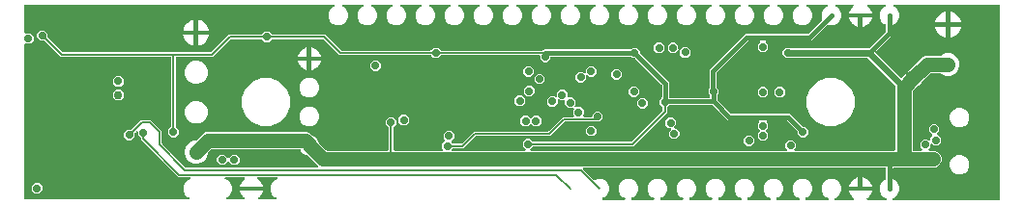
<source format=gbr>
G04 EAGLE Gerber X2 export*
%TF.Part,Single*%
%TF.FileFunction,Copper,L15,Inr,Mixed*%
%TF.FilePolarity,Positive*%
%TF.GenerationSoftware,Autodesk,EAGLE,8.6.3*%
%TF.CreationDate,2018-02-18T17:46:12Z*%
G75*
%MOMM*%
%FSLAX34Y34*%
%LPD*%
%AMOC8*
5,1,8,0,0,1.08239X$1,22.5*%
G01*
%ADD10C,0.711200*%
%ADD11C,0.406400*%
%ADD12C,0.203200*%
%ADD13C,0.736600*%
%ADD14C,1.270000*%
%ADD15C,1.350000*%
%ADD16C,1.106400*%
%ADD17C,0.609600*%
%ADD18C,0.254000*%
%ADD19C,0.756400*%

G36*
X148323Y2973D02*
X148323Y2973D01*
X148409Y2976D01*
X148463Y2993D01*
X148519Y3001D01*
X148598Y3036D01*
X148680Y3062D01*
X148727Y3094D01*
X148779Y3117D01*
X148845Y3173D01*
X148916Y3221D01*
X148953Y3264D01*
X148996Y3301D01*
X149044Y3372D01*
X149099Y3438D01*
X149122Y3490D01*
X149154Y3537D01*
X149180Y3619D01*
X149215Y3698D01*
X149223Y3754D01*
X149240Y3808D01*
X149242Y3894D01*
X149254Y3980D01*
X149246Y4036D01*
X149247Y4092D01*
X149225Y4176D01*
X149213Y4261D01*
X149190Y4313D01*
X149176Y4367D01*
X149131Y4442D01*
X149096Y4520D01*
X149059Y4563D01*
X149030Y4612D01*
X148968Y4671D01*
X148912Y4737D01*
X148870Y4763D01*
X148823Y4807D01*
X148694Y4873D01*
X148627Y4914D01*
X147508Y5378D01*
X145078Y7808D01*
X143763Y10982D01*
X143763Y14418D01*
X145078Y17592D01*
X147508Y20022D01*
X149642Y20906D01*
X149716Y20950D01*
X149795Y20985D01*
X149838Y21022D01*
X149887Y21051D01*
X149946Y21113D01*
X150012Y21169D01*
X150043Y21216D01*
X150082Y21257D01*
X150122Y21334D01*
X150169Y21405D01*
X150186Y21459D01*
X150213Y21510D01*
X150229Y21594D01*
X150255Y21676D01*
X150257Y21733D01*
X150268Y21789D01*
X150260Y21874D01*
X150262Y21960D01*
X150248Y22015D01*
X150243Y22072D01*
X150212Y22152D01*
X150191Y22235D01*
X150162Y22284D01*
X150141Y22337D01*
X150089Y22406D01*
X150045Y22480D01*
X150004Y22519D01*
X149969Y22564D01*
X149901Y22616D01*
X149838Y22674D01*
X149787Y22700D01*
X149742Y22734D01*
X149661Y22765D01*
X149585Y22804D01*
X149536Y22812D01*
X149476Y22835D01*
X149331Y22846D01*
X149254Y22859D01*
X139366Y22859D01*
X106679Y55546D01*
X106679Y57121D01*
X106667Y57208D01*
X106664Y57295D01*
X106647Y57348D01*
X106639Y57403D01*
X106604Y57483D01*
X106577Y57566D01*
X106549Y57605D01*
X106523Y57662D01*
X106427Y57776D01*
X106382Y57839D01*
X104139Y60082D01*
X104139Y62238D01*
X104135Y62267D01*
X104138Y62296D01*
X104115Y62407D01*
X104099Y62519D01*
X104087Y62546D01*
X104082Y62575D01*
X104029Y62675D01*
X103983Y62778D01*
X103964Y62801D01*
X103951Y62827D01*
X103873Y62909D01*
X103800Y62995D01*
X103775Y63012D01*
X103755Y63033D01*
X103657Y63090D01*
X103563Y63153D01*
X103535Y63162D01*
X103510Y63177D01*
X103400Y63205D01*
X103292Y63239D01*
X103262Y63240D01*
X103234Y63247D01*
X103121Y63243D01*
X103008Y63246D01*
X102979Y63239D01*
X102950Y63238D01*
X102842Y63203D01*
X102733Y63174D01*
X102707Y63159D01*
X102679Y63150D01*
X102615Y63105D01*
X102488Y63029D01*
X102445Y62983D01*
X102406Y62955D01*
X101390Y61939D01*
X101338Y61870D01*
X101278Y61806D01*
X101252Y61756D01*
X101219Y61712D01*
X101188Y61630D01*
X101148Y61553D01*
X101140Y61505D01*
X101118Y61447D01*
X101106Y61299D01*
X101093Y61221D01*
X101093Y58050D01*
X98414Y55371D01*
X94626Y55371D01*
X91947Y58050D01*
X91947Y61838D01*
X94626Y64517D01*
X97797Y64517D01*
X97884Y64529D01*
X97972Y64532D01*
X98024Y64549D01*
X98079Y64557D01*
X98159Y64592D01*
X98242Y64619D01*
X98281Y64647D01*
X98338Y64673D01*
X98452Y64769D01*
X98515Y64814D01*
X106854Y73153D01*
X115650Y73153D01*
X124969Y63834D01*
X124969Y52571D01*
X124981Y52484D01*
X124984Y52396D01*
X125001Y52344D01*
X125009Y52289D01*
X125044Y52209D01*
X125071Y52126D01*
X125099Y52087D01*
X125125Y52030D01*
X125221Y51916D01*
X125266Y51853D01*
X145833Y31286D01*
X145902Y31234D01*
X145966Y31174D01*
X146016Y31148D01*
X146060Y31115D01*
X146142Y31084D01*
X146219Y31044D01*
X146267Y31036D01*
X146325Y31014D01*
X146473Y31002D01*
X146551Y30989D01*
X260942Y30989D01*
X260971Y30993D01*
X261000Y30990D01*
X261111Y31013D01*
X261224Y31029D01*
X261250Y31041D01*
X261279Y31046D01*
X261380Y31098D01*
X261483Y31145D01*
X261505Y31164D01*
X261531Y31177D01*
X261614Y31255D01*
X261700Y31328D01*
X261716Y31353D01*
X261738Y31373D01*
X261795Y31471D01*
X261858Y31565D01*
X261867Y31593D01*
X261881Y31618D01*
X261909Y31728D01*
X261943Y31836D01*
X261944Y31866D01*
X261951Y31894D01*
X261948Y32007D01*
X261951Y32120D01*
X261943Y32149D01*
X261942Y32178D01*
X261907Y32286D01*
X261879Y32395D01*
X261864Y32421D01*
X261855Y32449D01*
X261809Y32512D01*
X261734Y32640D01*
X261688Y32683D01*
X261660Y32722D01*
X252317Y42065D01*
X252292Y42084D01*
X252272Y42107D01*
X252205Y42149D01*
X252089Y42236D01*
X252029Y42259D01*
X251987Y42285D01*
X249108Y43478D01*
X246678Y45908D01*
X246279Y46871D01*
X246279Y46872D01*
X246278Y46873D01*
X246209Y46990D01*
X246135Y47115D01*
X246134Y47116D01*
X246133Y47118D01*
X246029Y47215D01*
X245928Y47311D01*
X245927Y47311D01*
X245926Y47312D01*
X245800Y47377D01*
X245675Y47441D01*
X245674Y47441D01*
X245672Y47442D01*
X245658Y47444D01*
X245397Y47496D01*
X245366Y47493D01*
X245341Y47497D01*
X168416Y47497D01*
X168329Y47485D01*
X168242Y47482D01*
X168189Y47465D01*
X168134Y47457D01*
X168055Y47422D01*
X167971Y47395D01*
X167932Y47367D01*
X167875Y47341D01*
X167762Y47245D01*
X167698Y47200D01*
X165254Y44756D01*
X165202Y44686D01*
X165142Y44622D01*
X165116Y44573D01*
X165083Y44529D01*
X165052Y44447D01*
X165012Y44369D01*
X165004Y44322D01*
X164982Y44263D01*
X164970Y44115D01*
X164957Y44038D01*
X164957Y42868D01*
X163432Y39186D01*
X160614Y36368D01*
X156932Y34843D01*
X152948Y34843D01*
X149266Y36368D01*
X146448Y39186D01*
X144923Y42868D01*
X144923Y46852D01*
X146448Y50534D01*
X149266Y53352D01*
X152948Y54877D01*
X154118Y54877D01*
X154205Y54889D01*
X154292Y54892D01*
X154345Y54909D01*
X154400Y54917D01*
X154479Y54952D01*
X154563Y54979D01*
X154602Y55007D01*
X154659Y55033D01*
X154772Y55129D01*
X154836Y55174D01*
X160771Y61109D01*
X163479Y62231D01*
X251909Y62231D01*
X254617Y61109D01*
X256551Y59175D01*
X256575Y59157D01*
X256595Y59133D01*
X256662Y59092D01*
X256778Y59005D01*
X256838Y58982D01*
X256880Y58955D01*
X258892Y58122D01*
X261322Y55692D01*
X262515Y52813D01*
X262530Y52786D01*
X262540Y52757D01*
X262585Y52693D01*
X262659Y52568D01*
X262706Y52524D01*
X262735Y52483D01*
X268946Y46272D01*
X269016Y46220D01*
X269080Y46160D01*
X269129Y46134D01*
X269173Y46101D01*
X269255Y46070D01*
X269333Y46030D01*
X269380Y46022D01*
X269439Y46000D01*
X269587Y45988D01*
X269664Y45975D01*
X322580Y45975D01*
X322638Y45983D01*
X322696Y45981D01*
X322778Y46003D01*
X322862Y46015D01*
X322915Y46038D01*
X322971Y46053D01*
X323044Y46096D01*
X323121Y46131D01*
X323166Y46169D01*
X323216Y46198D01*
X323274Y46260D01*
X323338Y46314D01*
X323370Y46363D01*
X323410Y46406D01*
X323449Y46481D01*
X323496Y46551D01*
X323513Y46607D01*
X323540Y46659D01*
X323551Y46727D01*
X323581Y46822D01*
X323584Y46922D01*
X323595Y46990D01*
X323595Y66265D01*
X323583Y66352D01*
X323580Y66439D01*
X323563Y66492D01*
X323555Y66547D01*
X323520Y66627D01*
X323493Y66710D01*
X323465Y66749D01*
X323439Y66806D01*
X323343Y66920D01*
X323298Y66983D01*
X321055Y69226D01*
X321055Y73014D01*
X323734Y75693D01*
X327522Y75693D01*
X330201Y73014D01*
X330201Y69226D01*
X327958Y66983D01*
X327906Y66913D01*
X327846Y66850D01*
X327820Y66800D01*
X327787Y66756D01*
X327756Y66674D01*
X327716Y66596D01*
X327708Y66549D01*
X327686Y66490D01*
X327674Y66343D01*
X327661Y66265D01*
X327661Y46990D01*
X327669Y46932D01*
X327667Y46874D01*
X327689Y46792D01*
X327701Y46708D01*
X327724Y46655D01*
X327739Y46599D01*
X327782Y46526D01*
X327817Y46449D01*
X327855Y46404D01*
X327884Y46354D01*
X327946Y46296D01*
X328000Y46232D01*
X328049Y46200D01*
X328092Y46160D01*
X328167Y46121D01*
X328237Y46074D01*
X328293Y46057D01*
X328345Y46030D01*
X328413Y46019D01*
X328508Y45989D01*
X328608Y45986D01*
X328676Y45975D01*
X370303Y45975D01*
X370333Y45979D01*
X370362Y45976D01*
X370473Y45999D01*
X370585Y46015D01*
X370612Y46027D01*
X370640Y46032D01*
X370741Y46085D01*
X370844Y46131D01*
X370867Y46150D01*
X370893Y46163D01*
X370975Y46241D01*
X371061Y46314D01*
X371078Y46339D01*
X371099Y46359D01*
X371156Y46457D01*
X371219Y46551D01*
X371228Y46579D01*
X371243Y46604D01*
X371271Y46714D01*
X371305Y46822D01*
X371305Y46852D01*
X371313Y46880D01*
X371309Y46993D01*
X371312Y47106D01*
X371305Y47135D01*
X371304Y47164D01*
X371269Y47272D01*
X371240Y47381D01*
X371225Y47407D01*
X371216Y47435D01*
X371171Y47499D01*
X371095Y47626D01*
X371049Y47669D01*
X371021Y47708D01*
X370331Y48398D01*
X370331Y52186D01*
X372799Y54654D01*
X372834Y54701D01*
X372877Y54741D01*
X372920Y54814D01*
X372970Y54881D01*
X372991Y54936D01*
X373021Y54986D01*
X373041Y55068D01*
X373071Y55147D01*
X373076Y55205D01*
X373091Y55262D01*
X373088Y55346D01*
X373095Y55430D01*
X373083Y55488D01*
X373082Y55546D01*
X373056Y55626D01*
X373039Y55709D01*
X373012Y55761D01*
X372994Y55817D01*
X372954Y55873D01*
X372908Y55961D01*
X372839Y56034D01*
X372799Y56090D01*
X371855Y57034D01*
X371855Y60822D01*
X374534Y63501D01*
X378322Y63501D01*
X381001Y60822D01*
X381001Y57034D01*
X378533Y54566D01*
X378498Y54519D01*
X378455Y54479D01*
X378412Y54406D01*
X378362Y54339D01*
X378341Y54284D01*
X378311Y54234D01*
X378291Y54152D01*
X378261Y54073D01*
X378256Y54015D01*
X378241Y53958D01*
X378244Y53874D01*
X378237Y53790D01*
X378249Y53732D01*
X378250Y53674D01*
X378276Y53594D01*
X378293Y53511D01*
X378320Y53459D01*
X378338Y53403D01*
X378378Y53347D01*
X378424Y53259D01*
X378493Y53186D01*
X378533Y53130D01*
X379041Y52622D01*
X379111Y52569D01*
X379174Y52510D01*
X379224Y52484D01*
X379268Y52451D01*
X379350Y52420D01*
X379428Y52380D01*
X379475Y52372D01*
X379534Y52350D01*
X379681Y52338D01*
X379759Y52325D01*
X386849Y52325D01*
X386936Y52337D01*
X387024Y52340D01*
X387076Y52357D01*
X387131Y52365D01*
X387211Y52400D01*
X387294Y52427D01*
X387333Y52455D01*
X387390Y52481D01*
X387504Y52577D01*
X387567Y52622D01*
X397938Y62993D01*
X463049Y62993D01*
X463136Y63005D01*
X463224Y63008D01*
X463276Y63025D01*
X463331Y63033D01*
X463411Y63068D01*
X463494Y63095D01*
X463533Y63123D01*
X463590Y63149D01*
X463704Y63245D01*
X463767Y63290D01*
X476170Y75693D01*
X484857Y75693D01*
X484887Y75697D01*
X484916Y75694D01*
X485027Y75717D01*
X485139Y75733D01*
X485166Y75745D01*
X485194Y75750D01*
X485295Y75803D01*
X485398Y75849D01*
X485421Y75868D01*
X485447Y75881D01*
X485529Y75959D01*
X485615Y76032D01*
X485632Y76057D01*
X485653Y76077D01*
X485710Y76175D01*
X485773Y76269D01*
X485782Y76297D01*
X485797Y76322D01*
X485825Y76432D01*
X485859Y76540D01*
X485859Y76570D01*
X485867Y76598D01*
X485863Y76711D01*
X485866Y76824D01*
X485859Y76853D01*
X485858Y76882D01*
X485823Y76990D01*
X485794Y77099D01*
X485779Y77125D01*
X485770Y77153D01*
X485725Y77217D01*
X485649Y77344D01*
X485603Y77387D01*
X485575Y77426D01*
X485139Y77862D01*
X485139Y81650D01*
X485575Y82086D01*
X485593Y82110D01*
X485615Y82129D01*
X485678Y82223D01*
X485746Y82313D01*
X485757Y82341D01*
X485773Y82365D01*
X485807Y82473D01*
X485847Y82579D01*
X485850Y82608D01*
X485859Y82636D01*
X485862Y82750D01*
X485871Y82862D01*
X485865Y82891D01*
X485866Y82920D01*
X485837Y83030D01*
X485815Y83141D01*
X485802Y83167D01*
X485794Y83195D01*
X485736Y83293D01*
X485684Y83393D01*
X485664Y83415D01*
X485649Y83440D01*
X485566Y83517D01*
X485488Y83599D01*
X485463Y83614D01*
X485442Y83634D01*
X485341Y83686D01*
X485243Y83743D01*
X485215Y83750D01*
X485188Y83764D01*
X485111Y83777D01*
X484968Y83813D01*
X484905Y83811D01*
X484857Y83819D01*
X480706Y83819D01*
X478027Y86498D01*
X478027Y89408D01*
X478019Y89466D01*
X478021Y89524D01*
X477999Y89606D01*
X477987Y89690D01*
X477964Y89743D01*
X477949Y89799D01*
X477906Y89872D01*
X477871Y89949D01*
X477833Y89994D01*
X477804Y90044D01*
X477742Y90102D01*
X477688Y90166D01*
X477639Y90198D01*
X477596Y90238D01*
X477521Y90277D01*
X477451Y90324D01*
X477395Y90341D01*
X477343Y90368D01*
X477275Y90379D01*
X477180Y90409D01*
X477080Y90412D01*
X477012Y90423D01*
X473594Y90423D01*
X473158Y90859D01*
X473134Y90877D01*
X473115Y90899D01*
X473021Y90962D01*
X472931Y91030D01*
X472903Y91041D01*
X472879Y91057D01*
X472771Y91091D01*
X472665Y91131D01*
X472636Y91134D01*
X472608Y91143D01*
X472494Y91146D01*
X472382Y91155D01*
X472353Y91149D01*
X472324Y91150D01*
X472214Y91121D01*
X472103Y91099D01*
X472077Y91086D01*
X472049Y91078D01*
X471951Y91020D01*
X471851Y90968D01*
X471829Y90948D01*
X471804Y90933D01*
X471727Y90850D01*
X471645Y90772D01*
X471630Y90747D01*
X471610Y90726D01*
X471558Y90625D01*
X471501Y90527D01*
X471494Y90499D01*
X471480Y90472D01*
X471467Y90395D01*
X471431Y90252D01*
X471433Y90189D01*
X471425Y90141D01*
X471425Y87514D01*
X468746Y84835D01*
X464958Y84835D01*
X462279Y87514D01*
X462279Y91302D01*
X464958Y93981D01*
X468746Y93981D01*
X469182Y93545D01*
X469206Y93527D01*
X469225Y93505D01*
X469319Y93442D01*
X469409Y93374D01*
X469437Y93363D01*
X469461Y93347D01*
X469569Y93313D01*
X469675Y93273D01*
X469704Y93270D01*
X469732Y93261D01*
X469846Y93258D01*
X469958Y93249D01*
X469987Y93255D01*
X470016Y93254D01*
X470126Y93283D01*
X470237Y93305D01*
X470263Y93318D01*
X470291Y93326D01*
X470389Y93384D01*
X470489Y93436D01*
X470511Y93456D01*
X470536Y93471D01*
X470613Y93554D01*
X470695Y93632D01*
X470710Y93657D01*
X470730Y93678D01*
X470782Y93779D01*
X470839Y93877D01*
X470846Y93905D01*
X470860Y93932D01*
X470873Y94009D01*
X470909Y94152D01*
X470907Y94215D01*
X470915Y94263D01*
X470915Y96890D01*
X473594Y99569D01*
X477382Y99569D01*
X480061Y96890D01*
X480061Y93980D01*
X480069Y93922D01*
X480067Y93864D01*
X480089Y93782D01*
X480101Y93698D01*
X480124Y93645D01*
X480139Y93589D01*
X480182Y93516D01*
X480217Y93439D01*
X480255Y93394D01*
X480284Y93344D01*
X480346Y93286D01*
X480400Y93222D01*
X480449Y93190D01*
X480492Y93150D01*
X480567Y93111D01*
X480637Y93064D01*
X480693Y93047D01*
X480745Y93020D01*
X480813Y93009D01*
X480908Y92979D01*
X481008Y92976D01*
X481076Y92965D01*
X484494Y92965D01*
X487173Y90286D01*
X487173Y86498D01*
X486737Y86062D01*
X486719Y86038D01*
X486697Y86019D01*
X486634Y85925D01*
X486566Y85835D01*
X486555Y85807D01*
X486539Y85783D01*
X486505Y85675D01*
X486465Y85569D01*
X486462Y85540D01*
X486453Y85512D01*
X486450Y85398D01*
X486441Y85286D01*
X486447Y85257D01*
X486446Y85228D01*
X486475Y85118D01*
X486497Y85007D01*
X486510Y84981D01*
X486518Y84953D01*
X486576Y84855D01*
X486628Y84755D01*
X486648Y84733D01*
X486663Y84708D01*
X486746Y84631D01*
X486824Y84549D01*
X486849Y84534D01*
X486870Y84514D01*
X486971Y84462D01*
X487069Y84405D01*
X487097Y84398D01*
X487124Y84384D01*
X487201Y84371D01*
X487344Y84335D01*
X487407Y84337D01*
X487455Y84329D01*
X491606Y84329D01*
X494285Y81650D01*
X494285Y77862D01*
X493849Y77426D01*
X493831Y77402D01*
X493809Y77383D01*
X493746Y77289D01*
X493678Y77199D01*
X493667Y77171D01*
X493651Y77147D01*
X493617Y77039D01*
X493577Y76933D01*
X493574Y76904D01*
X493565Y76876D01*
X493562Y76762D01*
X493553Y76650D01*
X493559Y76621D01*
X493558Y76592D01*
X493587Y76482D01*
X493609Y76371D01*
X493622Y76345D01*
X493630Y76317D01*
X493688Y76219D01*
X493740Y76119D01*
X493760Y76097D01*
X493775Y76072D01*
X493858Y75995D01*
X493936Y75913D01*
X493961Y75898D01*
X493982Y75878D01*
X494083Y75826D01*
X494181Y75769D01*
X494209Y75762D01*
X494236Y75748D01*
X494313Y75735D01*
X494456Y75699D01*
X494519Y75701D01*
X494567Y75693D01*
X500888Y75693D01*
X500946Y75701D01*
X501004Y75699D01*
X501086Y75721D01*
X501170Y75733D01*
X501223Y75756D01*
X501279Y75771D01*
X501352Y75814D01*
X501429Y75849D01*
X501474Y75887D01*
X501524Y75916D01*
X501582Y75978D01*
X501646Y76032D01*
X501678Y76081D01*
X501718Y76124D01*
X501757Y76199D01*
X501804Y76269D01*
X501821Y76325D01*
X501848Y76377D01*
X501859Y76445D01*
X501889Y76540D01*
X501892Y76640D01*
X501903Y76708D01*
X501903Y78094D01*
X504582Y80773D01*
X508370Y80773D01*
X511049Y78094D01*
X511049Y74306D01*
X508370Y71627D01*
X478275Y71627D01*
X478188Y71615D01*
X478100Y71612D01*
X478048Y71595D01*
X477993Y71587D01*
X477913Y71552D01*
X477830Y71525D01*
X477791Y71497D01*
X477734Y71471D01*
X477620Y71375D01*
X477557Y71330D01*
X465154Y58927D01*
X400043Y58927D01*
X399956Y58915D01*
X399868Y58912D01*
X399816Y58895D01*
X399761Y58887D01*
X399681Y58852D01*
X399598Y58825D01*
X399559Y58797D01*
X399502Y58771D01*
X399388Y58675D01*
X399325Y58630D01*
X388954Y48259D01*
X379759Y48259D01*
X379672Y48247D01*
X379585Y48244D01*
X379532Y48227D01*
X379477Y48219D01*
X379397Y48184D01*
X379314Y48157D01*
X379275Y48129D01*
X379218Y48103D01*
X379105Y48007D01*
X379041Y47962D01*
X378787Y47708D01*
X378769Y47684D01*
X378747Y47665D01*
X378684Y47571D01*
X378616Y47481D01*
X378605Y47453D01*
X378589Y47429D01*
X378555Y47321D01*
X378515Y47215D01*
X378512Y47186D01*
X378503Y47158D01*
X378500Y47045D01*
X378491Y46932D01*
X378497Y46903D01*
X378496Y46874D01*
X378525Y46764D01*
X378547Y46653D01*
X378560Y46627D01*
X378568Y46599D01*
X378626Y46501D01*
X378678Y46401D01*
X378698Y46379D01*
X378713Y46354D01*
X378796Y46277D01*
X378874Y46195D01*
X378899Y46180D01*
X378920Y46160D01*
X379021Y46108D01*
X379119Y46051D01*
X379147Y46044D01*
X379174Y46030D01*
X379251Y46017D01*
X379394Y45981D01*
X379457Y45983D01*
X379505Y45975D01*
X442439Y45975D01*
X442469Y45979D01*
X442498Y45976D01*
X442609Y45999D01*
X442721Y46015D01*
X442748Y46027D01*
X442776Y46032D01*
X442877Y46085D01*
X442980Y46131D01*
X443003Y46150D01*
X443029Y46163D01*
X443111Y46241D01*
X443197Y46314D01*
X443214Y46339D01*
X443235Y46359D01*
X443292Y46457D01*
X443355Y46551D01*
X443364Y46579D01*
X443379Y46604D01*
X443406Y46714D01*
X443441Y46822D01*
X443441Y46852D01*
X443449Y46880D01*
X443445Y46993D01*
X443448Y47106D01*
X443441Y47135D01*
X443440Y47164D01*
X443405Y47272D01*
X443376Y47381D01*
X443361Y47407D01*
X443352Y47435D01*
X443307Y47498D01*
X443231Y47626D01*
X443185Y47669D01*
X443157Y47708D01*
X440943Y49922D01*
X440943Y53710D01*
X443622Y56389D01*
X447410Y56389D01*
X449653Y54146D01*
X449723Y54094D01*
X449786Y54034D01*
X449836Y54008D01*
X449880Y53975D01*
X449962Y53944D01*
X450040Y53904D01*
X450087Y53896D01*
X450146Y53874D01*
X450293Y53862D01*
X450371Y53849D01*
X535693Y53849D01*
X535780Y53861D01*
X535868Y53864D01*
X535920Y53881D01*
X535975Y53889D01*
X536055Y53924D01*
X536138Y53951D01*
X536177Y53979D01*
X536234Y54005D01*
X536348Y54101D01*
X536411Y54146D01*
X563074Y80809D01*
X563126Y80878D01*
X563186Y80942D01*
X563212Y80992D01*
X563245Y81036D01*
X563276Y81118D01*
X563316Y81195D01*
X563324Y81243D01*
X563346Y81301D01*
X563358Y81449D01*
X563371Y81527D01*
X563371Y84045D01*
X563359Y84132D01*
X563356Y84219D01*
X563339Y84272D01*
X563331Y84327D01*
X563296Y84407D01*
X563269Y84490D01*
X563241Y84529D01*
X563215Y84586D01*
X563119Y84700D01*
X563074Y84763D01*
X560831Y87006D01*
X560831Y90794D01*
X562566Y92529D01*
X562618Y92599D01*
X562678Y92662D01*
X562704Y92712D01*
X562737Y92756D01*
X562768Y92838D01*
X562808Y92916D01*
X562816Y92963D01*
X562838Y93022D01*
X562850Y93169D01*
X562863Y93247D01*
X562863Y103473D01*
X562851Y103559D01*
X562848Y103647D01*
X562831Y103699D01*
X562823Y103754D01*
X562788Y103834D01*
X562761Y103917D01*
X562733Y103956D01*
X562707Y104014D01*
X562611Y104127D01*
X562566Y104191D01*
X539547Y127210D01*
X539477Y127262D01*
X539413Y127322D01*
X539363Y127348D01*
X539319Y127381D01*
X539238Y127412D01*
X539160Y127452D01*
X539112Y127460D01*
X539054Y127482D01*
X538906Y127494D01*
X538829Y127507D01*
X537094Y127507D01*
X535867Y128734D01*
X535797Y128786D01*
X535734Y128846D01*
X535684Y128872D01*
X535640Y128905D01*
X535558Y128936D01*
X535480Y128976D01*
X535433Y128984D01*
X535374Y129006D01*
X535227Y129018D01*
X535149Y129031D01*
X466344Y129031D01*
X466286Y129023D01*
X466228Y129025D01*
X466146Y129003D01*
X466062Y128991D01*
X466009Y128968D01*
X465953Y128953D01*
X465880Y128910D01*
X465803Y128875D01*
X465758Y128837D01*
X465708Y128808D01*
X465650Y128746D01*
X465586Y128692D01*
X465554Y128643D01*
X465514Y128600D01*
X465475Y128525D01*
X465428Y128455D01*
X465411Y128399D01*
X465384Y128347D01*
X465373Y128279D01*
X465343Y128184D01*
X465340Y128084D01*
X465329Y128016D01*
X465329Y126630D01*
X462650Y123951D01*
X458862Y123951D01*
X456183Y126630D01*
X456183Y129032D01*
X456175Y129090D01*
X456177Y129148D01*
X456155Y129230D01*
X456143Y129314D01*
X456120Y129367D01*
X456105Y129423D01*
X456062Y129496D01*
X456027Y129573D01*
X455989Y129618D01*
X455960Y129668D01*
X455898Y129726D01*
X455844Y129790D01*
X455795Y129822D01*
X455752Y129862D01*
X455677Y129901D01*
X455607Y129948D01*
X455551Y129965D01*
X455499Y129992D01*
X455431Y130003D01*
X455336Y130033D01*
X455236Y130036D01*
X455168Y130047D01*
X369685Y130047D01*
X369598Y130035D01*
X369511Y130032D01*
X369458Y130015D01*
X369403Y130007D01*
X369324Y129972D01*
X369240Y129945D01*
X369201Y129917D01*
X369144Y129891D01*
X369031Y129795D01*
X368967Y129750D01*
X366724Y127507D01*
X362936Y127507D01*
X360694Y129750D01*
X360624Y129802D01*
X360560Y129862D01*
X360511Y129888D01*
X360466Y129921D01*
X360385Y129952D01*
X360307Y129992D01*
X360259Y130000D01*
X360201Y130022D01*
X360053Y130034D01*
X359976Y130047D01*
X280082Y130047D01*
X266155Y143974D01*
X266086Y144026D01*
X266022Y144086D01*
X265972Y144112D01*
X265928Y144145D01*
X265846Y144176D01*
X265769Y144216D01*
X265721Y144224D01*
X265663Y144246D01*
X265515Y144258D01*
X265438Y144271D01*
X221950Y144271D01*
X221864Y144259D01*
X221776Y144256D01*
X221724Y144239D01*
X221669Y144231D01*
X221589Y144196D01*
X221506Y144169D01*
X221466Y144141D01*
X221409Y144115D01*
X221296Y144019D01*
X221232Y143974D01*
X218863Y141604D01*
X214969Y141604D01*
X212600Y143974D01*
X212530Y144026D01*
X212466Y144086D01*
X212417Y144112D01*
X212372Y144145D01*
X212291Y144176D01*
X212213Y144216D01*
X212165Y144224D01*
X212107Y144246D01*
X211959Y144258D01*
X211882Y144271D01*
X185667Y144271D01*
X185580Y144259D01*
X185492Y144256D01*
X185440Y144239D01*
X185385Y144231D01*
X185305Y144196D01*
X185222Y144169D01*
X185183Y144141D01*
X185126Y144115D01*
X185012Y144019D01*
X184949Y143974D01*
X169498Y128523D01*
X138021Y128523D01*
X137963Y128515D01*
X137905Y128517D01*
X137823Y128495D01*
X137740Y128483D01*
X137686Y128460D01*
X137630Y128445D01*
X137557Y128402D01*
X137480Y128367D01*
X137436Y128329D01*
X137385Y128300D01*
X137328Y128238D01*
X137263Y128184D01*
X137231Y128135D01*
X137191Y128092D01*
X137152Y128017D01*
X137106Y127947D01*
X137088Y127891D01*
X137061Y127839D01*
X137050Y127771D01*
X137020Y127676D01*
X137017Y127576D01*
X137006Y127508D01*
X137006Y67494D01*
X137013Y67440D01*
X137013Y67404D01*
X137019Y67379D01*
X137021Y67319D01*
X137038Y67267D01*
X137046Y67212D01*
X137081Y67132D01*
X137108Y67049D01*
X137136Y67010D01*
X137162Y66953D01*
X137258Y66839D01*
X137303Y66776D01*
X139701Y64378D01*
X139701Y60590D01*
X137022Y57911D01*
X133234Y57911D01*
X130555Y60590D01*
X130555Y64378D01*
X132643Y66466D01*
X132695Y66536D01*
X132755Y66600D01*
X132781Y66649D01*
X132814Y66693D01*
X132845Y66775D01*
X132885Y66853D01*
X132893Y66900D01*
X132915Y66959D01*
X132927Y67106D01*
X132940Y67184D01*
X132940Y127508D01*
X132932Y127566D01*
X132934Y127624D01*
X132912Y127706D01*
X132901Y127790D01*
X132877Y127843D01*
X132862Y127899D01*
X132819Y127972D01*
X132784Y128049D01*
X132747Y128094D01*
X132717Y128144D01*
X132655Y128202D01*
X132601Y128266D01*
X132552Y128298D01*
X132509Y128338D01*
X132434Y128377D01*
X132364Y128424D01*
X132308Y128441D01*
X132256Y128468D01*
X132188Y128479D01*
X132093Y128509D01*
X131993Y128512D01*
X131925Y128523D01*
X36242Y128523D01*
X22315Y142450D01*
X22246Y142502D01*
X22182Y142562D01*
X22132Y142588D01*
X22088Y142621D01*
X22006Y142652D01*
X21929Y142692D01*
X21881Y142700D01*
X21823Y142722D01*
X21675Y142734D01*
X21597Y142747D01*
X18426Y142747D01*
X15747Y145426D01*
X15747Y149214D01*
X18426Y151893D01*
X22214Y151893D01*
X24893Y149214D01*
X24893Y146043D01*
X24905Y145956D01*
X24908Y145868D01*
X24925Y145816D01*
X24933Y145761D01*
X24968Y145681D01*
X24995Y145598D01*
X25023Y145559D01*
X25049Y145502D01*
X25145Y145388D01*
X25190Y145325D01*
X37629Y132886D01*
X37698Y132834D01*
X37762Y132774D01*
X37812Y132748D01*
X37856Y132715D01*
X37938Y132684D01*
X38015Y132644D01*
X38063Y132636D01*
X38121Y132614D01*
X38269Y132602D01*
X38347Y132589D01*
X167393Y132589D01*
X167480Y132601D01*
X167568Y132604D01*
X167620Y132621D01*
X167675Y132629D01*
X167755Y132664D01*
X167838Y132691D01*
X167877Y132719D01*
X167934Y132745D01*
X168048Y132841D01*
X168111Y132886D01*
X183562Y148337D01*
X211882Y148337D01*
X211968Y148349D01*
X212056Y148352D01*
X212108Y148369D01*
X212163Y148377D01*
X212243Y148412D01*
X212326Y148439D01*
X212366Y148467D01*
X212423Y148493D01*
X212536Y148589D01*
X212600Y148634D01*
X214969Y151004D01*
X218863Y151004D01*
X221232Y148634D01*
X221302Y148582D01*
X221366Y148522D01*
X221415Y148496D01*
X221460Y148463D01*
X221541Y148432D01*
X221619Y148392D01*
X221667Y148384D01*
X221725Y148362D01*
X221873Y148350D01*
X221950Y148337D01*
X267542Y148337D01*
X269030Y146849D01*
X281469Y134410D01*
X281538Y134358D01*
X281602Y134298D01*
X281652Y134272D01*
X281696Y134239D01*
X281778Y134208D01*
X281855Y134168D01*
X281903Y134160D01*
X281961Y134138D01*
X282109Y134126D01*
X282187Y134113D01*
X359976Y134113D01*
X360062Y134125D01*
X360150Y134128D01*
X360202Y134145D01*
X360257Y134153D01*
X360337Y134188D01*
X360420Y134215D01*
X360460Y134243D01*
X360517Y134269D01*
X360630Y134365D01*
X360694Y134410D01*
X362936Y136653D01*
X366724Y136653D01*
X368967Y134410D01*
X369037Y134358D01*
X369101Y134298D01*
X369150Y134272D01*
X369194Y134239D01*
X369276Y134208D01*
X369354Y134168D01*
X369401Y134160D01*
X369460Y134138D01*
X369608Y134126D01*
X369685Y134113D01*
X458057Y134113D01*
X458143Y134125D01*
X458231Y134128D01*
X458283Y134145D01*
X458338Y134153D01*
X458418Y134188D01*
X458501Y134215D01*
X458540Y134243D01*
X458598Y134269D01*
X458711Y134365D01*
X458775Y134410D01*
X459493Y135129D01*
X535149Y135129D01*
X535236Y135141D01*
X535323Y135144D01*
X535376Y135161D01*
X535431Y135169D01*
X535511Y135204D01*
X535594Y135231D01*
X535633Y135259D01*
X535690Y135285D01*
X535803Y135381D01*
X535867Y135426D01*
X537094Y136653D01*
X540882Y136653D01*
X543561Y133974D01*
X543561Y132239D01*
X543573Y132153D01*
X543576Y132065D01*
X543593Y132013D01*
X543601Y131958D01*
X543636Y131878D01*
X543663Y131795D01*
X543691Y131756D01*
X543717Y131698D01*
X543813Y131585D01*
X543858Y131521D01*
X568961Y106419D01*
X568961Y93472D01*
X568969Y93414D01*
X568967Y93356D01*
X568989Y93274D01*
X569001Y93190D01*
X569024Y93137D01*
X569039Y93081D01*
X569082Y93008D01*
X569117Y92931D01*
X569155Y92886D01*
X569184Y92836D01*
X569246Y92778D01*
X569300Y92714D01*
X569349Y92682D01*
X569392Y92642D01*
X569467Y92603D01*
X569537Y92556D01*
X569593Y92539D01*
X569645Y92512D01*
X569713Y92501D01*
X569808Y92471D01*
X569908Y92468D01*
X569976Y92457D01*
X604012Y92457D01*
X604070Y92465D01*
X604128Y92463D01*
X604210Y92485D01*
X604294Y92497D01*
X604347Y92520D01*
X604403Y92535D01*
X604476Y92578D01*
X604553Y92613D01*
X604598Y92651D01*
X604648Y92680D01*
X604706Y92742D01*
X604770Y92796D01*
X604802Y92845D01*
X604842Y92888D01*
X604881Y92963D01*
X604928Y93033D01*
X604945Y93089D01*
X604972Y93141D01*
X604983Y93209D01*
X605013Y93304D01*
X605016Y93404D01*
X605027Y93472D01*
X605027Y94205D01*
X605015Y94292D01*
X605012Y94379D01*
X604995Y94432D01*
X604987Y94487D01*
X604952Y94567D01*
X604925Y94650D01*
X604897Y94689D01*
X604871Y94746D01*
X604775Y94859D01*
X604730Y94923D01*
X603503Y96150D01*
X603503Y99938D01*
X604222Y100657D01*
X604274Y100727D01*
X604334Y100790D01*
X604360Y100840D01*
X604393Y100884D01*
X604424Y100966D01*
X604464Y101044D01*
X604472Y101091D01*
X604494Y101150D01*
X604506Y101297D01*
X604519Y101375D01*
X604519Y117595D01*
X635769Y148845D01*
X690213Y148845D01*
X690299Y148857D01*
X690387Y148860D01*
X690439Y148877D01*
X690494Y148885D01*
X690574Y148920D01*
X690657Y148947D01*
X690696Y148975D01*
X690754Y149001D01*
X690867Y149097D01*
X690931Y149142D01*
X702847Y161059D01*
X702848Y161060D01*
X702849Y161061D01*
X702934Y161174D01*
X703018Y161286D01*
X703019Y161287D01*
X703020Y161289D01*
X703069Y161420D01*
X703119Y161552D01*
X703119Y161553D01*
X703120Y161555D01*
X703131Y161694D01*
X703143Y161835D01*
X703143Y161837D01*
X703143Y161838D01*
X703139Y161853D01*
X703087Y162114D01*
X703073Y162141D01*
X703067Y162165D01*
X702563Y163382D01*
X702563Y166818D01*
X703878Y169992D01*
X706308Y172422D01*
X707216Y172798D01*
X707290Y172842D01*
X707368Y172877D01*
X707412Y172914D01*
X707461Y172943D01*
X707520Y173005D01*
X707585Y173061D01*
X707617Y173108D01*
X707656Y173149D01*
X707695Y173226D01*
X707743Y173297D01*
X707760Y173351D01*
X707786Y173402D01*
X707803Y173486D01*
X707829Y173568D01*
X707830Y173625D01*
X707841Y173681D01*
X707834Y173766D01*
X707836Y173852D01*
X707822Y173907D01*
X707817Y173964D01*
X707786Y174044D01*
X707764Y174127D01*
X707735Y174176D01*
X707715Y174229D01*
X707663Y174298D01*
X707619Y174372D01*
X707577Y174411D01*
X707543Y174456D01*
X707474Y174508D01*
X707412Y174566D01*
X707361Y174592D01*
X707315Y174626D01*
X707235Y174657D01*
X707158Y174696D01*
X707110Y174704D01*
X707049Y174727D01*
X706905Y174738D01*
X706827Y174751D01*
X690173Y174751D01*
X690087Y174739D01*
X690002Y174737D01*
X689947Y174719D01*
X689891Y174711D01*
X689813Y174676D01*
X689731Y174650D01*
X689683Y174618D01*
X689632Y174595D01*
X689566Y174540D01*
X689495Y174492D01*
X689458Y174448D01*
X689415Y174412D01*
X689367Y174340D01*
X689312Y174274D01*
X689289Y174222D01*
X689257Y174175D01*
X689231Y174093D01*
X689196Y174014D01*
X689188Y173958D01*
X689171Y173904D01*
X689169Y173818D01*
X689157Y173733D01*
X689165Y173677D01*
X689164Y173620D01*
X689186Y173537D01*
X689198Y173451D01*
X689221Y173400D01*
X689236Y173345D01*
X689280Y173271D01*
X689315Y173192D01*
X689352Y173149D01*
X689381Y173100D01*
X689444Y173041D01*
X689499Y172976D01*
X689541Y172950D01*
X689588Y172906D01*
X689718Y172840D01*
X689784Y172798D01*
X690692Y172422D01*
X693122Y169992D01*
X694437Y166818D01*
X694437Y163382D01*
X693122Y160208D01*
X690692Y157778D01*
X687518Y156463D01*
X684082Y156463D01*
X680908Y157778D01*
X678478Y160208D01*
X677163Y163382D01*
X677163Y166818D01*
X678478Y169992D01*
X680908Y172422D01*
X681816Y172798D01*
X681890Y172842D01*
X681968Y172877D01*
X682012Y172914D01*
X682061Y172943D01*
X682120Y173005D01*
X682185Y173061D01*
X682217Y173108D01*
X682256Y173149D01*
X682295Y173226D01*
X682343Y173297D01*
X682360Y173351D01*
X682386Y173402D01*
X682403Y173486D01*
X682429Y173568D01*
X682430Y173625D01*
X682441Y173681D01*
X682434Y173766D01*
X682436Y173852D01*
X682422Y173907D01*
X682417Y173964D01*
X682386Y174044D01*
X682364Y174127D01*
X682335Y174176D01*
X682315Y174229D01*
X682263Y174298D01*
X682219Y174372D01*
X682177Y174411D01*
X682143Y174456D01*
X682074Y174508D01*
X682012Y174566D01*
X681961Y174592D01*
X681915Y174626D01*
X681835Y174657D01*
X681758Y174696D01*
X681710Y174704D01*
X681649Y174727D01*
X681505Y174738D01*
X681427Y174751D01*
X664773Y174751D01*
X664687Y174739D01*
X664602Y174737D01*
X664547Y174719D01*
X664491Y174711D01*
X664413Y174676D01*
X664331Y174650D01*
X664283Y174618D01*
X664232Y174595D01*
X664166Y174540D01*
X664095Y174492D01*
X664058Y174448D01*
X664015Y174412D01*
X663967Y174340D01*
X663912Y174274D01*
X663889Y174222D01*
X663857Y174175D01*
X663831Y174093D01*
X663796Y174014D01*
X663788Y173958D01*
X663771Y173904D01*
X663769Y173818D01*
X663757Y173733D01*
X663765Y173677D01*
X663764Y173620D01*
X663786Y173537D01*
X663798Y173451D01*
X663821Y173400D01*
X663836Y173345D01*
X663880Y173271D01*
X663915Y173192D01*
X663952Y173149D01*
X663981Y173100D01*
X664044Y173041D01*
X664099Y172976D01*
X664141Y172950D01*
X664188Y172906D01*
X664318Y172840D01*
X664384Y172798D01*
X665292Y172422D01*
X667722Y169992D01*
X669037Y166818D01*
X669037Y163382D01*
X667722Y160208D01*
X665292Y157778D01*
X662118Y156463D01*
X658682Y156463D01*
X655508Y157778D01*
X653078Y160208D01*
X651763Y163382D01*
X651763Y166818D01*
X653078Y169992D01*
X655508Y172422D01*
X656416Y172798D01*
X656490Y172842D01*
X656568Y172877D01*
X656612Y172914D01*
X656661Y172943D01*
X656720Y173005D01*
X656785Y173061D01*
X656817Y173108D01*
X656856Y173149D01*
X656895Y173226D01*
X656943Y173297D01*
X656960Y173351D01*
X656986Y173402D01*
X657003Y173486D01*
X657029Y173568D01*
X657030Y173625D01*
X657041Y173681D01*
X657034Y173766D01*
X657036Y173852D01*
X657022Y173907D01*
X657017Y173964D01*
X656986Y174044D01*
X656964Y174127D01*
X656935Y174176D01*
X656915Y174229D01*
X656863Y174298D01*
X656819Y174372D01*
X656777Y174411D01*
X656743Y174456D01*
X656674Y174508D01*
X656612Y174566D01*
X656561Y174592D01*
X656515Y174626D01*
X656435Y174657D01*
X656358Y174696D01*
X656310Y174704D01*
X656249Y174727D01*
X656105Y174738D01*
X656027Y174751D01*
X639373Y174751D01*
X639287Y174739D01*
X639202Y174737D01*
X639147Y174719D01*
X639091Y174711D01*
X639013Y174676D01*
X638931Y174650D01*
X638883Y174618D01*
X638832Y174595D01*
X638766Y174540D01*
X638695Y174492D01*
X638658Y174448D01*
X638615Y174412D01*
X638567Y174340D01*
X638512Y174274D01*
X638489Y174222D01*
X638457Y174175D01*
X638431Y174093D01*
X638396Y174014D01*
X638388Y173958D01*
X638371Y173904D01*
X638369Y173818D01*
X638357Y173733D01*
X638365Y173677D01*
X638364Y173620D01*
X638386Y173537D01*
X638398Y173451D01*
X638421Y173400D01*
X638436Y173345D01*
X638480Y173271D01*
X638515Y173192D01*
X638552Y173149D01*
X638581Y173100D01*
X638644Y173041D01*
X638699Y172976D01*
X638741Y172950D01*
X638788Y172906D01*
X638918Y172840D01*
X638984Y172798D01*
X639892Y172422D01*
X642322Y169992D01*
X643637Y166818D01*
X643637Y163382D01*
X642322Y160208D01*
X639892Y157778D01*
X636718Y156463D01*
X633282Y156463D01*
X630108Y157778D01*
X627678Y160208D01*
X626363Y163382D01*
X626363Y166818D01*
X627678Y169992D01*
X630108Y172422D01*
X631016Y172798D01*
X631090Y172842D01*
X631168Y172877D01*
X631212Y172914D01*
X631261Y172943D01*
X631320Y173005D01*
X631385Y173061D01*
X631417Y173108D01*
X631456Y173149D01*
X631495Y173226D01*
X631543Y173297D01*
X631560Y173351D01*
X631586Y173402D01*
X631603Y173486D01*
X631629Y173568D01*
X631630Y173625D01*
X631641Y173681D01*
X631634Y173766D01*
X631636Y173852D01*
X631622Y173907D01*
X631617Y173964D01*
X631586Y174044D01*
X631564Y174127D01*
X631535Y174176D01*
X631515Y174229D01*
X631463Y174298D01*
X631419Y174372D01*
X631377Y174411D01*
X631343Y174456D01*
X631274Y174508D01*
X631212Y174566D01*
X631161Y174592D01*
X631115Y174626D01*
X631035Y174657D01*
X630958Y174696D01*
X630910Y174704D01*
X630849Y174727D01*
X630705Y174738D01*
X630627Y174751D01*
X613973Y174751D01*
X613887Y174739D01*
X613802Y174737D01*
X613747Y174719D01*
X613691Y174711D01*
X613613Y174676D01*
X613531Y174650D01*
X613483Y174618D01*
X613432Y174595D01*
X613366Y174540D01*
X613295Y174492D01*
X613258Y174448D01*
X613215Y174412D01*
X613167Y174340D01*
X613112Y174274D01*
X613089Y174222D01*
X613057Y174175D01*
X613031Y174093D01*
X612996Y174014D01*
X612988Y173958D01*
X612971Y173904D01*
X612969Y173818D01*
X612957Y173733D01*
X612965Y173677D01*
X612964Y173620D01*
X612986Y173537D01*
X612998Y173451D01*
X613021Y173400D01*
X613036Y173345D01*
X613080Y173271D01*
X613115Y173192D01*
X613152Y173149D01*
X613181Y173100D01*
X613244Y173041D01*
X613299Y172976D01*
X613341Y172950D01*
X613388Y172906D01*
X613518Y172840D01*
X613584Y172798D01*
X614492Y172422D01*
X616922Y169992D01*
X618237Y166818D01*
X618237Y163382D01*
X616922Y160208D01*
X614492Y157778D01*
X611318Y156463D01*
X607882Y156463D01*
X604708Y157778D01*
X602278Y160208D01*
X600963Y163382D01*
X600963Y166818D01*
X602278Y169992D01*
X604708Y172422D01*
X605616Y172798D01*
X605690Y172842D01*
X605768Y172877D01*
X605812Y172914D01*
X605861Y172943D01*
X605920Y173005D01*
X605985Y173061D01*
X606017Y173108D01*
X606056Y173149D01*
X606095Y173226D01*
X606143Y173297D01*
X606160Y173351D01*
X606186Y173402D01*
X606203Y173486D01*
X606229Y173568D01*
X606230Y173625D01*
X606241Y173681D01*
X606234Y173766D01*
X606236Y173852D01*
X606222Y173907D01*
X606217Y173964D01*
X606186Y174044D01*
X606164Y174127D01*
X606135Y174176D01*
X606115Y174229D01*
X606063Y174298D01*
X606019Y174372D01*
X605977Y174411D01*
X605943Y174456D01*
X605874Y174508D01*
X605812Y174566D01*
X605761Y174592D01*
X605715Y174626D01*
X605635Y174657D01*
X605558Y174696D01*
X605510Y174704D01*
X605449Y174727D01*
X605305Y174738D01*
X605227Y174751D01*
X588573Y174751D01*
X588487Y174739D01*
X588402Y174737D01*
X588347Y174719D01*
X588291Y174711D01*
X588213Y174676D01*
X588131Y174650D01*
X588083Y174618D01*
X588032Y174595D01*
X587966Y174540D01*
X587895Y174492D01*
X587858Y174448D01*
X587815Y174412D01*
X587767Y174340D01*
X587712Y174274D01*
X587689Y174222D01*
X587657Y174175D01*
X587631Y174093D01*
X587596Y174014D01*
X587588Y173958D01*
X587571Y173904D01*
X587569Y173818D01*
X587557Y173733D01*
X587565Y173677D01*
X587564Y173620D01*
X587586Y173537D01*
X587598Y173451D01*
X587621Y173400D01*
X587636Y173345D01*
X587680Y173271D01*
X587715Y173192D01*
X587752Y173149D01*
X587781Y173100D01*
X587844Y173041D01*
X587899Y172976D01*
X587941Y172950D01*
X587988Y172906D01*
X588118Y172840D01*
X588184Y172798D01*
X589092Y172422D01*
X591522Y169992D01*
X592837Y166818D01*
X592837Y163382D01*
X591522Y160208D01*
X589092Y157778D01*
X585918Y156463D01*
X582482Y156463D01*
X579308Y157778D01*
X576878Y160208D01*
X575563Y163382D01*
X575563Y166818D01*
X576878Y169992D01*
X579308Y172422D01*
X580216Y172798D01*
X580290Y172842D01*
X580368Y172877D01*
X580412Y172914D01*
X580461Y172943D01*
X580520Y173005D01*
X580585Y173061D01*
X580617Y173108D01*
X580656Y173149D01*
X580695Y173226D01*
X580743Y173297D01*
X580760Y173351D01*
X580786Y173402D01*
X580803Y173486D01*
X580829Y173568D01*
X580830Y173625D01*
X580841Y173681D01*
X580834Y173766D01*
X580836Y173852D01*
X580822Y173907D01*
X580817Y173964D01*
X580786Y174044D01*
X580764Y174127D01*
X580735Y174176D01*
X580715Y174229D01*
X580663Y174298D01*
X580619Y174372D01*
X580577Y174411D01*
X580543Y174456D01*
X580474Y174508D01*
X580412Y174566D01*
X580361Y174592D01*
X580315Y174626D01*
X580235Y174657D01*
X580158Y174696D01*
X580110Y174704D01*
X580049Y174727D01*
X579905Y174738D01*
X579827Y174751D01*
X563173Y174751D01*
X563087Y174739D01*
X563002Y174737D01*
X562947Y174719D01*
X562891Y174711D01*
X562813Y174676D01*
X562731Y174650D01*
X562683Y174618D01*
X562632Y174595D01*
X562566Y174540D01*
X562495Y174492D01*
X562458Y174448D01*
X562415Y174412D01*
X562367Y174340D01*
X562312Y174274D01*
X562289Y174222D01*
X562257Y174175D01*
X562231Y174093D01*
X562196Y174014D01*
X562188Y173958D01*
X562171Y173904D01*
X562169Y173818D01*
X562157Y173733D01*
X562165Y173677D01*
X562164Y173620D01*
X562186Y173537D01*
X562198Y173451D01*
X562221Y173400D01*
X562236Y173345D01*
X562280Y173271D01*
X562315Y173192D01*
X562352Y173149D01*
X562381Y173100D01*
X562444Y173041D01*
X562499Y172976D01*
X562541Y172950D01*
X562588Y172906D01*
X562718Y172840D01*
X562784Y172798D01*
X563692Y172422D01*
X566122Y169992D01*
X567437Y166818D01*
X567437Y163382D01*
X566122Y160208D01*
X563692Y157778D01*
X560518Y156463D01*
X557082Y156463D01*
X553908Y157778D01*
X551478Y160208D01*
X550163Y163382D01*
X550163Y166818D01*
X551478Y169992D01*
X553908Y172422D01*
X554816Y172798D01*
X554890Y172842D01*
X554968Y172877D01*
X555012Y172914D01*
X555061Y172943D01*
X555120Y173005D01*
X555185Y173061D01*
X555217Y173108D01*
X555256Y173149D01*
X555295Y173226D01*
X555343Y173297D01*
X555360Y173351D01*
X555386Y173402D01*
X555403Y173486D01*
X555429Y173568D01*
X555430Y173625D01*
X555441Y173681D01*
X555434Y173766D01*
X555436Y173852D01*
X555422Y173907D01*
X555417Y173964D01*
X555386Y174044D01*
X555364Y174127D01*
X555335Y174176D01*
X555315Y174229D01*
X555263Y174298D01*
X555219Y174372D01*
X555177Y174411D01*
X555143Y174456D01*
X555074Y174508D01*
X555012Y174566D01*
X554961Y174592D01*
X554915Y174626D01*
X554835Y174657D01*
X554758Y174696D01*
X554710Y174704D01*
X554649Y174727D01*
X554505Y174738D01*
X554427Y174751D01*
X537773Y174751D01*
X537687Y174739D01*
X537602Y174737D01*
X537547Y174719D01*
X537491Y174711D01*
X537413Y174676D01*
X537331Y174650D01*
X537283Y174618D01*
X537232Y174595D01*
X537166Y174540D01*
X537095Y174492D01*
X537058Y174448D01*
X537015Y174412D01*
X536967Y174340D01*
X536912Y174274D01*
X536889Y174222D01*
X536857Y174175D01*
X536831Y174093D01*
X536796Y174014D01*
X536788Y173958D01*
X536771Y173904D01*
X536769Y173818D01*
X536757Y173733D01*
X536765Y173677D01*
X536764Y173620D01*
X536786Y173537D01*
X536798Y173451D01*
X536821Y173400D01*
X536836Y173345D01*
X536880Y173271D01*
X536915Y173192D01*
X536952Y173149D01*
X536981Y173100D01*
X537044Y173041D01*
X537099Y172976D01*
X537141Y172950D01*
X537188Y172906D01*
X537318Y172840D01*
X537384Y172798D01*
X538292Y172422D01*
X540722Y169992D01*
X542037Y166818D01*
X542037Y163382D01*
X540722Y160208D01*
X538292Y157778D01*
X535118Y156463D01*
X531682Y156463D01*
X528508Y157778D01*
X526078Y160208D01*
X524763Y163382D01*
X524763Y166818D01*
X526078Y169992D01*
X528508Y172422D01*
X529416Y172798D01*
X529490Y172842D01*
X529568Y172877D01*
X529612Y172914D01*
X529661Y172943D01*
X529720Y173005D01*
X529785Y173061D01*
X529817Y173108D01*
X529856Y173149D01*
X529895Y173226D01*
X529943Y173297D01*
X529960Y173351D01*
X529986Y173402D01*
X530003Y173486D01*
X530029Y173568D01*
X530030Y173625D01*
X530041Y173681D01*
X530034Y173766D01*
X530036Y173852D01*
X530022Y173907D01*
X530017Y173964D01*
X529986Y174044D01*
X529964Y174127D01*
X529935Y174176D01*
X529915Y174229D01*
X529863Y174298D01*
X529819Y174372D01*
X529777Y174411D01*
X529743Y174456D01*
X529674Y174508D01*
X529612Y174566D01*
X529561Y174592D01*
X529515Y174626D01*
X529435Y174657D01*
X529358Y174696D01*
X529310Y174704D01*
X529249Y174727D01*
X529105Y174738D01*
X529027Y174751D01*
X512373Y174751D01*
X512287Y174739D01*
X512202Y174737D01*
X512147Y174719D01*
X512091Y174711D01*
X512013Y174676D01*
X511931Y174650D01*
X511883Y174618D01*
X511832Y174595D01*
X511766Y174540D01*
X511695Y174492D01*
X511658Y174448D01*
X511615Y174412D01*
X511567Y174340D01*
X511512Y174274D01*
X511489Y174222D01*
X511457Y174175D01*
X511431Y174093D01*
X511396Y174014D01*
X511388Y173958D01*
X511371Y173904D01*
X511369Y173818D01*
X511357Y173733D01*
X511365Y173677D01*
X511364Y173620D01*
X511386Y173537D01*
X511398Y173451D01*
X511421Y173400D01*
X511436Y173345D01*
X511480Y173271D01*
X511515Y173192D01*
X511552Y173149D01*
X511581Y173100D01*
X511644Y173041D01*
X511699Y172976D01*
X511741Y172950D01*
X511788Y172906D01*
X511918Y172840D01*
X511984Y172798D01*
X512892Y172422D01*
X515322Y169992D01*
X516637Y166818D01*
X516637Y163382D01*
X515322Y160208D01*
X512892Y157778D01*
X509718Y156463D01*
X506282Y156463D01*
X503108Y157778D01*
X500678Y160208D01*
X499363Y163382D01*
X499363Y166818D01*
X500678Y169992D01*
X503108Y172422D01*
X504016Y172798D01*
X504090Y172842D01*
X504168Y172877D01*
X504212Y172914D01*
X504261Y172943D01*
X504320Y173005D01*
X504385Y173061D01*
X504417Y173108D01*
X504456Y173149D01*
X504495Y173226D01*
X504543Y173297D01*
X504560Y173351D01*
X504586Y173402D01*
X504603Y173486D01*
X504629Y173568D01*
X504630Y173625D01*
X504641Y173681D01*
X504634Y173766D01*
X504636Y173852D01*
X504622Y173907D01*
X504617Y173964D01*
X504586Y174044D01*
X504564Y174127D01*
X504535Y174176D01*
X504515Y174229D01*
X504463Y174298D01*
X504419Y174372D01*
X504377Y174411D01*
X504343Y174456D01*
X504274Y174508D01*
X504212Y174566D01*
X504161Y174592D01*
X504115Y174626D01*
X504035Y174657D01*
X503958Y174696D01*
X503910Y174704D01*
X503849Y174727D01*
X503705Y174738D01*
X503627Y174751D01*
X486973Y174751D01*
X486887Y174739D01*
X486802Y174737D01*
X486747Y174719D01*
X486691Y174711D01*
X486613Y174676D01*
X486531Y174650D01*
X486483Y174618D01*
X486432Y174595D01*
X486366Y174540D01*
X486295Y174492D01*
X486258Y174448D01*
X486215Y174412D01*
X486167Y174340D01*
X486112Y174274D01*
X486089Y174222D01*
X486057Y174175D01*
X486031Y174093D01*
X485996Y174014D01*
X485988Y173958D01*
X485971Y173904D01*
X485969Y173818D01*
X485957Y173733D01*
X485965Y173677D01*
X485964Y173620D01*
X485986Y173537D01*
X485998Y173451D01*
X486021Y173400D01*
X486036Y173345D01*
X486080Y173271D01*
X486115Y173192D01*
X486152Y173149D01*
X486181Y173100D01*
X486244Y173041D01*
X486299Y172976D01*
X486341Y172950D01*
X486388Y172906D01*
X486518Y172840D01*
X486584Y172798D01*
X487492Y172422D01*
X489922Y169992D01*
X491237Y166818D01*
X491237Y163382D01*
X489922Y160208D01*
X487492Y157778D01*
X484318Y156463D01*
X480882Y156463D01*
X477708Y157778D01*
X475278Y160208D01*
X473963Y163382D01*
X473963Y166818D01*
X475278Y169992D01*
X477708Y172422D01*
X478616Y172798D01*
X478690Y172842D01*
X478768Y172877D01*
X478812Y172914D01*
X478861Y172943D01*
X478920Y173005D01*
X478985Y173061D01*
X479017Y173108D01*
X479056Y173149D01*
X479095Y173226D01*
X479143Y173297D01*
X479160Y173351D01*
X479186Y173402D01*
X479203Y173486D01*
X479229Y173568D01*
X479230Y173625D01*
X479241Y173681D01*
X479234Y173766D01*
X479236Y173852D01*
X479222Y173907D01*
X479217Y173964D01*
X479186Y174044D01*
X479164Y174127D01*
X479135Y174176D01*
X479115Y174229D01*
X479063Y174298D01*
X479019Y174372D01*
X478977Y174411D01*
X478943Y174456D01*
X478874Y174508D01*
X478812Y174566D01*
X478761Y174592D01*
X478715Y174626D01*
X478635Y174657D01*
X478558Y174696D01*
X478510Y174704D01*
X478449Y174727D01*
X478305Y174738D01*
X478227Y174751D01*
X461573Y174751D01*
X461487Y174739D01*
X461402Y174737D01*
X461347Y174719D01*
X461291Y174711D01*
X461213Y174676D01*
X461131Y174650D01*
X461083Y174618D01*
X461032Y174595D01*
X460966Y174540D01*
X460895Y174492D01*
X460858Y174448D01*
X460815Y174412D01*
X460767Y174340D01*
X460712Y174274D01*
X460689Y174222D01*
X460657Y174175D01*
X460631Y174093D01*
X460596Y174014D01*
X460588Y173958D01*
X460571Y173904D01*
X460569Y173818D01*
X460557Y173733D01*
X460565Y173677D01*
X460564Y173620D01*
X460586Y173537D01*
X460598Y173451D01*
X460621Y173400D01*
X460636Y173345D01*
X460680Y173271D01*
X460715Y173192D01*
X460752Y173149D01*
X460781Y173100D01*
X460844Y173041D01*
X460899Y172976D01*
X460941Y172950D01*
X460988Y172906D01*
X461118Y172840D01*
X461184Y172798D01*
X462092Y172422D01*
X464522Y169992D01*
X465837Y166818D01*
X465837Y163382D01*
X464522Y160208D01*
X462092Y157778D01*
X458918Y156463D01*
X455482Y156463D01*
X452308Y157778D01*
X449878Y160208D01*
X448563Y163382D01*
X448563Y166818D01*
X449878Y169992D01*
X452308Y172422D01*
X453216Y172798D01*
X453290Y172842D01*
X453368Y172877D01*
X453412Y172914D01*
X453461Y172943D01*
X453520Y173005D01*
X453585Y173061D01*
X453617Y173108D01*
X453656Y173149D01*
X453695Y173226D01*
X453743Y173297D01*
X453760Y173351D01*
X453786Y173402D01*
X453803Y173486D01*
X453829Y173568D01*
X453830Y173625D01*
X453841Y173681D01*
X453834Y173766D01*
X453836Y173852D01*
X453822Y173907D01*
X453817Y173964D01*
X453786Y174044D01*
X453764Y174127D01*
X453735Y174176D01*
X453715Y174229D01*
X453663Y174298D01*
X453619Y174372D01*
X453577Y174411D01*
X453543Y174456D01*
X453474Y174508D01*
X453412Y174566D01*
X453361Y174592D01*
X453315Y174626D01*
X453235Y174657D01*
X453158Y174696D01*
X453110Y174704D01*
X453049Y174727D01*
X452905Y174738D01*
X452827Y174751D01*
X436173Y174751D01*
X436087Y174739D01*
X436002Y174737D01*
X435947Y174719D01*
X435891Y174711D01*
X435813Y174676D01*
X435731Y174650D01*
X435683Y174618D01*
X435632Y174595D01*
X435566Y174540D01*
X435495Y174492D01*
X435458Y174448D01*
X435415Y174412D01*
X435367Y174340D01*
X435312Y174274D01*
X435289Y174222D01*
X435257Y174175D01*
X435231Y174093D01*
X435196Y174014D01*
X435188Y173958D01*
X435171Y173904D01*
X435169Y173818D01*
X435157Y173733D01*
X435165Y173677D01*
X435164Y173620D01*
X435186Y173537D01*
X435198Y173451D01*
X435221Y173400D01*
X435236Y173345D01*
X435280Y173271D01*
X435315Y173192D01*
X435352Y173149D01*
X435381Y173100D01*
X435444Y173041D01*
X435499Y172976D01*
X435541Y172950D01*
X435588Y172906D01*
X435718Y172840D01*
X435784Y172798D01*
X436692Y172422D01*
X439122Y169992D01*
X440437Y166818D01*
X440437Y163382D01*
X439122Y160208D01*
X436692Y157778D01*
X433518Y156463D01*
X430082Y156463D01*
X426908Y157778D01*
X424478Y160208D01*
X423163Y163382D01*
X423163Y166818D01*
X424478Y169992D01*
X426908Y172422D01*
X427816Y172798D01*
X427890Y172842D01*
X427968Y172877D01*
X428012Y172914D01*
X428061Y172943D01*
X428120Y173005D01*
X428185Y173061D01*
X428217Y173108D01*
X428256Y173149D01*
X428295Y173226D01*
X428343Y173297D01*
X428360Y173351D01*
X428386Y173402D01*
X428403Y173486D01*
X428429Y173568D01*
X428430Y173625D01*
X428441Y173681D01*
X428434Y173766D01*
X428436Y173852D01*
X428422Y173907D01*
X428417Y173964D01*
X428386Y174044D01*
X428364Y174127D01*
X428335Y174176D01*
X428315Y174229D01*
X428263Y174298D01*
X428219Y174372D01*
X428177Y174411D01*
X428143Y174456D01*
X428074Y174508D01*
X428012Y174566D01*
X427961Y174592D01*
X427915Y174626D01*
X427835Y174657D01*
X427758Y174696D01*
X427710Y174704D01*
X427649Y174727D01*
X427505Y174738D01*
X427427Y174751D01*
X410773Y174751D01*
X410687Y174739D01*
X410602Y174737D01*
X410547Y174719D01*
X410491Y174711D01*
X410413Y174676D01*
X410331Y174650D01*
X410283Y174618D01*
X410232Y174595D01*
X410166Y174540D01*
X410095Y174492D01*
X410058Y174448D01*
X410015Y174412D01*
X409967Y174340D01*
X409912Y174274D01*
X409889Y174222D01*
X409857Y174175D01*
X409831Y174093D01*
X409796Y174014D01*
X409788Y173958D01*
X409771Y173904D01*
X409769Y173818D01*
X409757Y173733D01*
X409765Y173677D01*
X409764Y173620D01*
X409786Y173537D01*
X409798Y173451D01*
X409821Y173400D01*
X409836Y173345D01*
X409880Y173271D01*
X409915Y173192D01*
X409952Y173149D01*
X409981Y173100D01*
X410044Y173041D01*
X410099Y172976D01*
X410141Y172950D01*
X410188Y172906D01*
X410318Y172840D01*
X410384Y172798D01*
X411292Y172422D01*
X413722Y169992D01*
X415037Y166818D01*
X415037Y163382D01*
X413722Y160208D01*
X411292Y157778D01*
X408118Y156463D01*
X404682Y156463D01*
X401508Y157778D01*
X399078Y160208D01*
X397763Y163382D01*
X397763Y166818D01*
X399078Y169992D01*
X401508Y172422D01*
X402416Y172798D01*
X402490Y172842D01*
X402568Y172877D01*
X402612Y172914D01*
X402661Y172943D01*
X402720Y173005D01*
X402785Y173061D01*
X402817Y173108D01*
X402856Y173149D01*
X402895Y173226D01*
X402943Y173297D01*
X402960Y173351D01*
X402986Y173402D01*
X403003Y173486D01*
X403029Y173568D01*
X403030Y173625D01*
X403041Y173681D01*
X403034Y173766D01*
X403036Y173852D01*
X403022Y173907D01*
X403017Y173964D01*
X402986Y174044D01*
X402964Y174127D01*
X402935Y174176D01*
X402915Y174229D01*
X402863Y174298D01*
X402819Y174372D01*
X402777Y174411D01*
X402743Y174456D01*
X402674Y174508D01*
X402612Y174566D01*
X402561Y174592D01*
X402515Y174626D01*
X402435Y174657D01*
X402358Y174696D01*
X402310Y174704D01*
X402249Y174727D01*
X402105Y174738D01*
X402027Y174751D01*
X385373Y174751D01*
X385287Y174739D01*
X385202Y174737D01*
X385147Y174719D01*
X385091Y174711D01*
X385013Y174676D01*
X384931Y174650D01*
X384883Y174618D01*
X384832Y174595D01*
X384766Y174540D01*
X384695Y174492D01*
X384658Y174448D01*
X384615Y174412D01*
X384567Y174340D01*
X384512Y174274D01*
X384489Y174222D01*
X384457Y174175D01*
X384431Y174093D01*
X384396Y174014D01*
X384388Y173958D01*
X384371Y173904D01*
X384369Y173818D01*
X384357Y173733D01*
X384365Y173677D01*
X384364Y173620D01*
X384386Y173537D01*
X384398Y173451D01*
X384421Y173400D01*
X384436Y173345D01*
X384480Y173271D01*
X384515Y173192D01*
X384552Y173149D01*
X384581Y173100D01*
X384644Y173041D01*
X384699Y172976D01*
X384741Y172950D01*
X384788Y172906D01*
X384918Y172840D01*
X384984Y172798D01*
X385892Y172422D01*
X388322Y169992D01*
X389637Y166818D01*
X389637Y163382D01*
X388322Y160208D01*
X385892Y157778D01*
X382718Y156463D01*
X379282Y156463D01*
X376108Y157778D01*
X373678Y160208D01*
X372363Y163382D01*
X372363Y166818D01*
X373678Y169992D01*
X376108Y172422D01*
X377016Y172798D01*
X377090Y172842D01*
X377168Y172877D01*
X377212Y172914D01*
X377261Y172943D01*
X377320Y173005D01*
X377385Y173061D01*
X377417Y173108D01*
X377456Y173149D01*
X377495Y173226D01*
X377543Y173297D01*
X377560Y173351D01*
X377586Y173402D01*
X377603Y173486D01*
X377629Y173568D01*
X377630Y173625D01*
X377641Y173681D01*
X377634Y173766D01*
X377636Y173852D01*
X377622Y173907D01*
X377617Y173964D01*
X377586Y174044D01*
X377564Y174127D01*
X377535Y174176D01*
X377515Y174229D01*
X377463Y174298D01*
X377419Y174372D01*
X377377Y174411D01*
X377343Y174456D01*
X377274Y174508D01*
X377212Y174566D01*
X377161Y174592D01*
X377115Y174626D01*
X377035Y174657D01*
X376958Y174696D01*
X376910Y174704D01*
X376849Y174727D01*
X376705Y174738D01*
X376627Y174751D01*
X359973Y174751D01*
X359888Y174739D01*
X359802Y174737D01*
X359747Y174719D01*
X359691Y174711D01*
X359613Y174676D01*
X359531Y174650D01*
X359484Y174618D01*
X359432Y174595D01*
X359366Y174540D01*
X359295Y174492D01*
X359258Y174448D01*
X359215Y174412D01*
X359167Y174340D01*
X359112Y174274D01*
X359089Y174222D01*
X359057Y174175D01*
X359031Y174093D01*
X358996Y174014D01*
X358989Y173958D01*
X358971Y173904D01*
X358969Y173818D01*
X358957Y173733D01*
X358966Y173677D01*
X358964Y173620D01*
X358986Y173537D01*
X358998Y173451D01*
X359022Y173400D01*
X359036Y173345D01*
X359080Y173271D01*
X359115Y173192D01*
X359152Y173149D01*
X359181Y173100D01*
X359244Y173041D01*
X359299Y172976D01*
X359341Y172950D01*
X359388Y172906D01*
X359518Y172840D01*
X359584Y172798D01*
X360492Y172422D01*
X362922Y169992D01*
X364237Y166818D01*
X364237Y163382D01*
X362922Y160208D01*
X360492Y157778D01*
X357318Y156463D01*
X353882Y156463D01*
X350708Y157778D01*
X348278Y160208D01*
X346963Y163382D01*
X346963Y166818D01*
X348278Y169992D01*
X350708Y172422D01*
X351616Y172798D01*
X351690Y172842D01*
X351768Y172877D01*
X351812Y172914D01*
X351861Y172943D01*
X351920Y173005D01*
X351985Y173061D01*
X352017Y173108D01*
X352056Y173149D01*
X352095Y173226D01*
X352143Y173297D01*
X352160Y173351D01*
X352186Y173402D01*
X352203Y173486D01*
X352229Y173568D01*
X352230Y173625D01*
X352241Y173681D01*
X352234Y173766D01*
X352236Y173852D01*
X352222Y173907D01*
X352217Y173964D01*
X352186Y174045D01*
X352164Y174127D01*
X352135Y174176D01*
X352115Y174229D01*
X352063Y174298D01*
X352019Y174372D01*
X351977Y174411D01*
X351943Y174456D01*
X351874Y174508D01*
X351812Y174566D01*
X351761Y174592D01*
X351715Y174626D01*
X351635Y174657D01*
X351558Y174696D01*
X351510Y174704D01*
X351449Y174727D01*
X351305Y174738D01*
X351227Y174751D01*
X334573Y174751D01*
X334488Y174739D01*
X334402Y174737D01*
X334347Y174719D01*
X334291Y174711D01*
X334213Y174676D01*
X334131Y174650D01*
X334084Y174618D01*
X334032Y174595D01*
X333966Y174540D01*
X333895Y174492D01*
X333858Y174448D01*
X333815Y174412D01*
X333767Y174340D01*
X333712Y174274D01*
X333689Y174222D01*
X333657Y174175D01*
X333631Y174093D01*
X333596Y174014D01*
X333589Y173958D01*
X333571Y173904D01*
X333569Y173818D01*
X333557Y173733D01*
X333566Y173677D01*
X333564Y173620D01*
X333586Y173537D01*
X333598Y173451D01*
X333622Y173400D01*
X333636Y173345D01*
X333680Y173271D01*
X333715Y173192D01*
X333752Y173149D01*
X333781Y173100D01*
X333844Y173041D01*
X333899Y172976D01*
X333941Y172950D01*
X333988Y172906D01*
X334118Y172840D01*
X334184Y172798D01*
X335092Y172422D01*
X337522Y169992D01*
X338837Y166818D01*
X338837Y163382D01*
X337522Y160208D01*
X335092Y157778D01*
X331918Y156463D01*
X328482Y156463D01*
X325308Y157778D01*
X322878Y160208D01*
X321563Y163382D01*
X321563Y166818D01*
X322878Y169992D01*
X325308Y172422D01*
X326216Y172798D01*
X326290Y172842D01*
X326368Y172877D01*
X326412Y172914D01*
X326461Y172943D01*
X326520Y173005D01*
X326585Y173061D01*
X326617Y173108D01*
X326656Y173149D01*
X326695Y173226D01*
X326743Y173297D01*
X326760Y173351D01*
X326786Y173402D01*
X326803Y173486D01*
X326829Y173568D01*
X326830Y173625D01*
X326841Y173681D01*
X326834Y173766D01*
X326836Y173852D01*
X326822Y173907D01*
X326817Y173964D01*
X326786Y174045D01*
X326764Y174127D01*
X326735Y174176D01*
X326715Y174229D01*
X326663Y174298D01*
X326619Y174372D01*
X326577Y174411D01*
X326543Y174456D01*
X326474Y174508D01*
X326412Y174566D01*
X326361Y174592D01*
X326315Y174626D01*
X326235Y174657D01*
X326158Y174696D01*
X326110Y174704D01*
X326049Y174727D01*
X325905Y174738D01*
X325827Y174751D01*
X309173Y174751D01*
X309088Y174739D01*
X309002Y174737D01*
X308947Y174719D01*
X308891Y174711D01*
X308813Y174676D01*
X308731Y174650D01*
X308684Y174618D01*
X308632Y174595D01*
X308566Y174540D01*
X308495Y174492D01*
X308458Y174448D01*
X308415Y174412D01*
X308367Y174340D01*
X308312Y174274D01*
X308289Y174222D01*
X308257Y174175D01*
X308231Y174093D01*
X308196Y174014D01*
X308189Y173958D01*
X308171Y173904D01*
X308169Y173818D01*
X308157Y173733D01*
X308166Y173677D01*
X308164Y173620D01*
X308186Y173537D01*
X308198Y173451D01*
X308222Y173400D01*
X308236Y173345D01*
X308280Y173271D01*
X308315Y173192D01*
X308352Y173149D01*
X308381Y173100D01*
X308444Y173041D01*
X308499Y172976D01*
X308541Y172950D01*
X308588Y172906D01*
X308718Y172840D01*
X308784Y172798D01*
X309692Y172422D01*
X312122Y169992D01*
X313437Y166818D01*
X313437Y163382D01*
X312122Y160208D01*
X309692Y157778D01*
X306518Y156463D01*
X303082Y156463D01*
X299908Y157778D01*
X297478Y160208D01*
X296163Y163382D01*
X296163Y166818D01*
X297478Y169992D01*
X299908Y172422D01*
X300816Y172798D01*
X300890Y172842D01*
X300968Y172877D01*
X301012Y172914D01*
X301061Y172943D01*
X301120Y173005D01*
X301185Y173061D01*
X301217Y173108D01*
X301256Y173149D01*
X301295Y173226D01*
X301343Y173297D01*
X301360Y173351D01*
X301386Y173402D01*
X301403Y173486D01*
X301429Y173568D01*
X301430Y173625D01*
X301441Y173681D01*
X301434Y173766D01*
X301436Y173852D01*
X301422Y173907D01*
X301417Y173964D01*
X301386Y174045D01*
X301364Y174127D01*
X301335Y174176D01*
X301315Y174229D01*
X301263Y174298D01*
X301219Y174372D01*
X301177Y174411D01*
X301143Y174456D01*
X301074Y174508D01*
X301012Y174566D01*
X300961Y174592D01*
X300915Y174626D01*
X300835Y174657D01*
X300758Y174696D01*
X300710Y174704D01*
X300649Y174727D01*
X300505Y174738D01*
X300427Y174751D01*
X283773Y174751D01*
X283688Y174739D01*
X283602Y174737D01*
X283547Y174719D01*
X283491Y174711D01*
X283413Y174676D01*
X283331Y174650D01*
X283284Y174618D01*
X283232Y174595D01*
X283166Y174540D01*
X283095Y174492D01*
X283058Y174448D01*
X283015Y174412D01*
X282967Y174340D01*
X282912Y174274D01*
X282889Y174222D01*
X282857Y174175D01*
X282831Y174093D01*
X282796Y174014D01*
X282789Y173958D01*
X282771Y173904D01*
X282769Y173818D01*
X282757Y173733D01*
X282766Y173677D01*
X282764Y173620D01*
X282786Y173537D01*
X282798Y173451D01*
X282822Y173400D01*
X282836Y173345D01*
X282880Y173271D01*
X282915Y173192D01*
X282952Y173149D01*
X282981Y173100D01*
X283044Y173041D01*
X283099Y172976D01*
X283141Y172950D01*
X283188Y172906D01*
X283318Y172840D01*
X283384Y172798D01*
X284292Y172422D01*
X286722Y169992D01*
X288037Y166818D01*
X288037Y163382D01*
X286722Y160208D01*
X284292Y157778D01*
X281118Y156463D01*
X277682Y156463D01*
X274508Y157778D01*
X272078Y160208D01*
X270763Y163382D01*
X270763Y166818D01*
X272078Y169992D01*
X274508Y172422D01*
X275416Y172798D01*
X275490Y172842D01*
X275568Y172877D01*
X275612Y172914D01*
X275661Y172943D01*
X275720Y173005D01*
X275785Y173061D01*
X275817Y173108D01*
X275856Y173149D01*
X275895Y173226D01*
X275943Y173297D01*
X275960Y173351D01*
X275986Y173402D01*
X276003Y173486D01*
X276029Y173568D01*
X276030Y173625D01*
X276041Y173681D01*
X276034Y173766D01*
X276036Y173852D01*
X276022Y173907D01*
X276017Y173964D01*
X275986Y174045D01*
X275964Y174127D01*
X275935Y174176D01*
X275915Y174229D01*
X275863Y174298D01*
X275819Y174372D01*
X275777Y174411D01*
X275743Y174456D01*
X275674Y174508D01*
X275612Y174566D01*
X275561Y174592D01*
X275515Y174626D01*
X275435Y174657D01*
X275358Y174696D01*
X275310Y174704D01*
X275249Y174727D01*
X275105Y174738D01*
X275027Y174751D01*
X5588Y174751D01*
X5530Y174743D01*
X5472Y174745D01*
X5390Y174723D01*
X5306Y174711D01*
X5253Y174688D01*
X5197Y174673D01*
X5124Y174630D01*
X5047Y174595D01*
X5002Y174557D01*
X4952Y174528D01*
X4894Y174466D01*
X4830Y174412D01*
X4798Y174363D01*
X4758Y174320D01*
X4719Y174245D01*
X4672Y174175D01*
X4655Y174119D01*
X4628Y174067D01*
X4617Y173999D01*
X4587Y173904D01*
X4584Y173804D01*
X4573Y173736D01*
X4573Y150143D01*
X4577Y150113D01*
X4574Y150084D01*
X4597Y149973D01*
X4613Y149861D01*
X4625Y149834D01*
X4630Y149806D01*
X4682Y149705D01*
X4729Y149602D01*
X4748Y149579D01*
X4761Y149553D01*
X4839Y149471D01*
X4912Y149385D01*
X4937Y149368D01*
X4957Y149347D01*
X5055Y149290D01*
X5149Y149227D01*
X5177Y149218D01*
X5202Y149203D01*
X5312Y149175D01*
X5420Y149141D01*
X5449Y149141D01*
X5478Y149133D01*
X5591Y149137D01*
X5704Y149134D01*
X5733Y149141D01*
X5762Y149142D01*
X5870Y149177D01*
X5979Y149206D01*
X6005Y149221D01*
X6033Y149230D01*
X6096Y149275D01*
X6224Y149351D01*
X6225Y149353D01*
X10022Y149353D01*
X12701Y146674D01*
X12701Y142886D01*
X10022Y140207D01*
X6216Y140207D01*
X6169Y140238D01*
X6079Y140306D01*
X6051Y140317D01*
X6027Y140333D01*
X5919Y140367D01*
X5813Y140407D01*
X5784Y140410D01*
X5756Y140419D01*
X5643Y140422D01*
X5530Y140431D01*
X5501Y140425D01*
X5472Y140426D01*
X5362Y140397D01*
X5251Y140375D01*
X5225Y140362D01*
X5197Y140354D01*
X5100Y140297D01*
X4999Y140244D01*
X4977Y140224D01*
X4952Y140209D01*
X4875Y140126D01*
X4793Y140048D01*
X4778Y140023D01*
X4758Y140002D01*
X4706Y139901D01*
X4649Y139803D01*
X4642Y139775D01*
X4628Y139748D01*
X4615Y139671D01*
X4579Y139528D01*
X4581Y139465D01*
X4573Y139417D01*
X4573Y4060D01*
X4581Y4003D01*
X4579Y3945D01*
X4601Y3863D01*
X4613Y3779D01*
X4636Y3726D01*
X4651Y3670D01*
X4694Y3597D01*
X4729Y3519D01*
X4766Y3475D01*
X4796Y3425D01*
X4858Y3367D01*
X4912Y3302D01*
X4961Y3270D01*
X5003Y3230D01*
X5079Y3192D01*
X5149Y3145D01*
X5205Y3127D01*
X5256Y3101D01*
X5325Y3089D01*
X5420Y3059D01*
X5519Y3057D01*
X5587Y3045D01*
X148238Y2961D01*
X148323Y2973D01*
G37*
G36*
X671577Y45979D02*
X671577Y45979D01*
X671606Y45976D01*
X671717Y45999D01*
X671829Y46015D01*
X671856Y46027D01*
X671884Y46032D01*
X671985Y46085D01*
X672088Y46131D01*
X672111Y46150D01*
X672137Y46163D01*
X672219Y46241D01*
X672305Y46314D01*
X672322Y46339D01*
X672343Y46359D01*
X672400Y46457D01*
X672463Y46551D01*
X672472Y46579D01*
X672487Y46604D01*
X672514Y46714D01*
X672549Y46822D01*
X672549Y46852D01*
X672557Y46880D01*
X672553Y46993D01*
X672556Y47106D01*
X672549Y47135D01*
X672548Y47164D01*
X672513Y47272D01*
X672484Y47381D01*
X672469Y47407D01*
X672460Y47435D01*
X672415Y47499D01*
X672339Y47626D01*
X672293Y47669D01*
X672265Y47708D01*
X671067Y48906D01*
X671067Y52694D01*
X673746Y55373D01*
X677534Y55373D01*
X680213Y52694D01*
X680213Y48906D01*
X679015Y47708D01*
X678997Y47684D01*
X678975Y47665D01*
X678912Y47571D01*
X678844Y47481D01*
X678833Y47453D01*
X678817Y47429D01*
X678783Y47321D01*
X678743Y47215D01*
X678740Y47186D01*
X678731Y47158D01*
X678728Y47044D01*
X678719Y46932D01*
X678725Y46903D01*
X678724Y46874D01*
X678753Y46764D01*
X678775Y46653D01*
X678788Y46627D01*
X678796Y46599D01*
X678854Y46501D01*
X678906Y46401D01*
X678926Y46379D01*
X678941Y46354D01*
X679024Y46277D01*
X679102Y46195D01*
X679127Y46180D01*
X679148Y46160D01*
X679249Y46108D01*
X679347Y46051D01*
X679375Y46044D01*
X679402Y46030D01*
X679479Y46017D01*
X679622Y45981D01*
X679685Y45983D01*
X679733Y45975D01*
X766318Y45975D01*
X766376Y45983D01*
X766434Y45981D01*
X766516Y46003D01*
X766600Y46015D01*
X766653Y46038D01*
X766709Y46053D01*
X766782Y46096D01*
X766859Y46131D01*
X766904Y46169D01*
X766954Y46198D01*
X767012Y46260D01*
X767076Y46314D01*
X767108Y46363D01*
X767148Y46406D01*
X767187Y46481D01*
X767234Y46551D01*
X767251Y46607D01*
X767278Y46659D01*
X767289Y46727D01*
X767319Y46822D01*
X767322Y46922D01*
X767333Y46990D01*
X767333Y102798D01*
X767321Y102884D01*
X767318Y102972D01*
X767301Y103025D01*
X767293Y103079D01*
X767258Y103159D01*
X767231Y103242D01*
X767203Y103282D01*
X767177Y103339D01*
X767081Y103452D01*
X767036Y103516D01*
X742834Y127718D01*
X742764Y127770D01*
X742700Y127830D01*
X742651Y127856D01*
X742606Y127889D01*
X742525Y127920D01*
X742447Y127960D01*
X742399Y127968D01*
X742341Y127990D01*
X742193Y128002D01*
X742116Y128015D01*
X675923Y128015D01*
X675836Y128003D01*
X675749Y128000D01*
X675696Y127983D01*
X675641Y127975D01*
X675561Y127940D01*
X675478Y127913D01*
X675439Y127885D01*
X675382Y127859D01*
X675268Y127763D01*
X675205Y127718D01*
X674994Y127507D01*
X671206Y127507D01*
X668527Y130186D01*
X668527Y133974D01*
X671206Y136653D01*
X674994Y136653D01*
X675205Y136442D01*
X675275Y136390D01*
X675338Y136330D01*
X675388Y136304D01*
X675432Y136271D01*
X675514Y136240D01*
X675592Y136200D01*
X675639Y136192D01*
X675698Y136170D01*
X675845Y136158D01*
X675923Y136145D01*
X743553Y136145D01*
X743639Y136157D01*
X743727Y136160D01*
X743779Y136177D01*
X743834Y136185D01*
X743914Y136220D01*
X743997Y136247D01*
X744036Y136275D01*
X744094Y136301D01*
X744207Y136397D01*
X744271Y136442D01*
X758654Y150825D01*
X758706Y150895D01*
X758766Y150959D01*
X758792Y151009D01*
X758825Y151053D01*
X758856Y151134D01*
X758896Y151212D01*
X758904Y151260D01*
X758926Y151318D01*
X758938Y151466D01*
X758951Y151543D01*
X758951Y156336D01*
X758951Y156338D01*
X758951Y156339D01*
X758931Y156479D01*
X758911Y156618D01*
X758911Y156619D01*
X758911Y156621D01*
X758854Y156747D01*
X758795Y156877D01*
X758794Y156878D01*
X758793Y156880D01*
X758702Y156987D01*
X758612Y157094D01*
X758610Y157095D01*
X758609Y157096D01*
X758596Y157104D01*
X758375Y157252D01*
X758346Y157261D01*
X758325Y157274D01*
X757108Y157778D01*
X754678Y160208D01*
X753363Y163382D01*
X753363Y166818D01*
X754678Y169992D01*
X757108Y172422D01*
X758016Y172798D01*
X758090Y172842D01*
X758168Y172877D01*
X758212Y172914D01*
X758261Y172943D01*
X758320Y173005D01*
X758385Y173061D01*
X758417Y173108D01*
X758456Y173149D01*
X758495Y173226D01*
X758543Y173297D01*
X758560Y173351D01*
X758586Y173402D01*
X758603Y173486D01*
X758629Y173568D01*
X758630Y173625D01*
X758641Y173681D01*
X758634Y173766D01*
X758636Y173852D01*
X758622Y173907D01*
X758617Y173964D01*
X758586Y174044D01*
X758564Y174127D01*
X758535Y174176D01*
X758515Y174229D01*
X758463Y174298D01*
X758419Y174372D01*
X758377Y174411D01*
X758343Y174456D01*
X758274Y174508D01*
X758212Y174566D01*
X758161Y174592D01*
X758115Y174626D01*
X758035Y174657D01*
X757958Y174696D01*
X757910Y174704D01*
X757849Y174727D01*
X757705Y174738D01*
X757627Y174751D01*
X743727Y174751D01*
X743620Y174736D01*
X743511Y174728D01*
X743479Y174716D01*
X743446Y174711D01*
X743347Y174667D01*
X743244Y174629D01*
X743217Y174609D01*
X743186Y174595D01*
X743103Y174525D01*
X743016Y174460D01*
X742995Y174433D01*
X742969Y174412D01*
X742909Y174321D01*
X742843Y174235D01*
X742831Y174203D01*
X742812Y174175D01*
X742779Y174071D01*
X742739Y173970D01*
X742736Y173936D01*
X742726Y173904D01*
X742723Y173795D01*
X742713Y173687D01*
X742720Y173653D01*
X742719Y173620D01*
X742746Y173515D01*
X742767Y173407D01*
X742782Y173377D01*
X742790Y173345D01*
X742846Y173251D01*
X742895Y173154D01*
X742917Y173132D01*
X742936Y173100D01*
X743096Y172950D01*
X743131Y172915D01*
X743219Y172850D01*
X744350Y171719D01*
X745290Y170425D01*
X746016Y169000D01*
X746511Y167479D01*
X746566Y167131D01*
X737616Y167131D01*
X737558Y167123D01*
X737500Y167125D01*
X737418Y167103D01*
X737335Y167091D01*
X737281Y167067D01*
X737225Y167053D01*
X737152Y167010D01*
X737075Y166975D01*
X737031Y166937D01*
X736980Y166907D01*
X736923Y166846D01*
X736858Y166791D01*
X736826Y166743D01*
X736786Y166700D01*
X736747Y166625D01*
X736701Y166555D01*
X736683Y166499D01*
X736656Y166447D01*
X736645Y166379D01*
X736615Y166284D01*
X736612Y166184D01*
X736601Y166116D01*
X736601Y165099D01*
X736599Y165099D01*
X736599Y166116D01*
X736591Y166174D01*
X736592Y166232D01*
X736571Y166314D01*
X736559Y166397D01*
X736535Y166451D01*
X736521Y166507D01*
X736478Y166580D01*
X736443Y166657D01*
X736405Y166702D01*
X736375Y166752D01*
X736314Y166810D01*
X736259Y166874D01*
X736211Y166906D01*
X736168Y166946D01*
X736093Y166985D01*
X736023Y167031D01*
X735967Y167049D01*
X735915Y167076D01*
X735847Y167087D01*
X735752Y167117D01*
X735652Y167120D01*
X735584Y167131D01*
X726634Y167131D01*
X726689Y167479D01*
X727184Y169000D01*
X727910Y170425D01*
X728850Y171719D01*
X729981Y172850D01*
X730069Y172915D01*
X730148Y172990D01*
X730231Y173061D01*
X730249Y173089D01*
X730274Y173112D01*
X730328Y173207D01*
X730388Y173297D01*
X730398Y173329D01*
X730415Y173359D01*
X730441Y173464D01*
X730474Y173568D01*
X730475Y173602D01*
X730483Y173635D01*
X730479Y173744D01*
X730481Y173852D01*
X730473Y173885D01*
X730471Y173919D01*
X730437Y174022D01*
X730410Y174127D01*
X730392Y174156D01*
X730382Y174189D01*
X730320Y174278D01*
X730264Y174372D01*
X730240Y174395D01*
X730220Y174423D01*
X730136Y174492D01*
X730057Y174566D01*
X730027Y174582D01*
X730001Y174603D01*
X729901Y174646D01*
X729804Y174696D01*
X729774Y174701D01*
X729740Y174716D01*
X729522Y174743D01*
X729473Y174751D01*
X715573Y174751D01*
X715487Y174739D01*
X715402Y174737D01*
X715347Y174719D01*
X715291Y174711D01*
X715213Y174676D01*
X715131Y174650D01*
X715083Y174618D01*
X715032Y174595D01*
X714966Y174540D01*
X714895Y174492D01*
X714858Y174448D01*
X714815Y174412D01*
X714767Y174340D01*
X714712Y174274D01*
X714689Y174222D01*
X714657Y174175D01*
X714631Y174093D01*
X714596Y174014D01*
X714588Y173958D01*
X714571Y173904D01*
X714569Y173818D01*
X714557Y173733D01*
X714565Y173677D01*
X714564Y173620D01*
X714586Y173537D01*
X714598Y173451D01*
X714621Y173400D01*
X714636Y173345D01*
X714680Y173271D01*
X714715Y173192D01*
X714752Y173149D01*
X714781Y173100D01*
X714844Y173041D01*
X714899Y172976D01*
X714941Y172950D01*
X714988Y172906D01*
X715118Y172840D01*
X715184Y172798D01*
X716092Y172422D01*
X718522Y169992D01*
X719837Y166818D01*
X719837Y163382D01*
X718522Y160208D01*
X716092Y157778D01*
X712918Y156463D01*
X709482Y156463D01*
X708265Y156967D01*
X708264Y156968D01*
X708262Y156969D01*
X708129Y157002D01*
X707990Y157038D01*
X707988Y157038D01*
X707987Y157039D01*
X707846Y157034D01*
X707706Y157030D01*
X707704Y157030D01*
X707703Y157030D01*
X707568Y156986D01*
X707435Y156943D01*
X707434Y156943D01*
X707432Y156942D01*
X707420Y156933D01*
X707199Y156785D01*
X707179Y156762D01*
X707159Y156747D01*
X695242Y144831D01*
X695242Y144830D01*
X693159Y142747D01*
X654587Y142747D01*
X654557Y142743D01*
X654528Y142746D01*
X654417Y142723D01*
X654305Y142707D01*
X654278Y142695D01*
X654250Y142690D01*
X654149Y142637D01*
X654046Y142591D01*
X654023Y142572D01*
X653997Y142559D01*
X653915Y142481D01*
X653829Y142408D01*
X653812Y142383D01*
X653791Y142363D01*
X653734Y142265D01*
X653671Y142171D01*
X653662Y142143D01*
X653647Y142118D01*
X653620Y142008D01*
X653585Y141900D01*
X653585Y141870D01*
X653577Y141842D01*
X653581Y141729D01*
X653578Y141616D01*
X653585Y141587D01*
X653586Y141558D01*
X653621Y141450D01*
X653650Y141341D01*
X653665Y141315D01*
X653674Y141287D01*
X653719Y141224D01*
X653795Y141096D01*
X653841Y141053D01*
X653869Y141014D01*
X655829Y139054D01*
X655829Y135266D01*
X653150Y132587D01*
X649362Y132587D01*
X646683Y135266D01*
X646683Y139054D01*
X648643Y141014D01*
X648661Y141038D01*
X648683Y141057D01*
X648746Y141151D01*
X648814Y141241D01*
X648825Y141269D01*
X648841Y141293D01*
X648875Y141401D01*
X648915Y141507D01*
X648918Y141536D01*
X648927Y141564D01*
X648930Y141678D01*
X648939Y141790D01*
X648933Y141819D01*
X648934Y141848D01*
X648905Y141958D01*
X648883Y142069D01*
X648870Y142095D01*
X648862Y142123D01*
X648804Y142221D01*
X648752Y142321D01*
X648732Y142343D01*
X648717Y142368D01*
X648634Y142445D01*
X648556Y142527D01*
X648531Y142542D01*
X648510Y142562D01*
X648409Y142614D01*
X648311Y142671D01*
X648283Y142678D01*
X648256Y142692D01*
X648179Y142705D01*
X648036Y142741D01*
X647973Y142739D01*
X647925Y142747D01*
X638715Y142747D01*
X638629Y142735D01*
X638541Y142732D01*
X638489Y142715D01*
X638434Y142707D01*
X638354Y142672D01*
X638271Y142645D01*
X638232Y142617D01*
X638174Y142591D01*
X638061Y142495D01*
X637997Y142450D01*
X610914Y115367D01*
X610862Y115297D01*
X610802Y115233D01*
X610776Y115183D01*
X610743Y115139D01*
X610712Y115058D01*
X610672Y114980D01*
X610664Y114932D01*
X610642Y114874D01*
X610630Y114726D01*
X610617Y114649D01*
X610617Y102391D01*
X610629Y102304D01*
X610632Y102217D01*
X610649Y102164D01*
X610657Y102109D01*
X610692Y102029D01*
X610719Y101946D01*
X610747Y101907D01*
X610773Y101850D01*
X610869Y101736D01*
X610914Y101673D01*
X612649Y99938D01*
X612649Y96150D01*
X611422Y94923D01*
X611370Y94853D01*
X611310Y94790D01*
X611284Y94740D01*
X611251Y94696D01*
X611220Y94614D01*
X611180Y94536D01*
X611172Y94489D01*
X611150Y94430D01*
X611138Y94283D01*
X611125Y94205D01*
X611125Y91091D01*
X611137Y91005D01*
X611140Y90917D01*
X611157Y90865D01*
X611165Y90810D01*
X611200Y90730D01*
X611227Y90647D01*
X611255Y90608D01*
X611281Y90550D01*
X611377Y90437D01*
X611422Y90373D01*
X622757Y79038D01*
X622827Y78986D01*
X622891Y78926D01*
X622941Y78900D01*
X622985Y78867D01*
X623066Y78836D01*
X623144Y78796D01*
X623192Y78788D01*
X623250Y78766D01*
X623398Y78754D01*
X623475Y78741D01*
X674363Y78741D01*
X685749Y67354D01*
X685819Y67302D01*
X685883Y67242D01*
X685933Y67216D01*
X685977Y67183D01*
X686058Y67152D01*
X686136Y67112D01*
X686184Y67104D01*
X686242Y67082D01*
X686390Y67070D01*
X686467Y67057D01*
X688202Y67057D01*
X690881Y64378D01*
X690881Y60590D01*
X688202Y57911D01*
X684414Y57911D01*
X681735Y60590D01*
X681735Y62325D01*
X681723Y62411D01*
X681720Y62499D01*
X681703Y62551D01*
X681695Y62606D01*
X681660Y62686D01*
X681633Y62769D01*
X681605Y62808D01*
X681579Y62866D01*
X681483Y62979D01*
X681438Y63043D01*
X672135Y72346D01*
X672065Y72398D01*
X672001Y72458D01*
X671951Y72484D01*
X671907Y72517D01*
X671826Y72548D01*
X671748Y72588D01*
X671700Y72596D01*
X671642Y72618D01*
X671494Y72630D01*
X671417Y72643D01*
X655603Y72643D01*
X655573Y72639D01*
X655544Y72642D01*
X655433Y72619D01*
X655321Y72603D01*
X655294Y72591D01*
X655266Y72586D01*
X655165Y72533D01*
X655062Y72487D01*
X655039Y72468D01*
X655013Y72455D01*
X654931Y72377D01*
X654845Y72304D01*
X654828Y72279D01*
X654807Y72259D01*
X654750Y72161D01*
X654687Y72067D01*
X654678Y72039D01*
X654663Y72014D01*
X654636Y71904D01*
X654601Y71796D01*
X654601Y71766D01*
X654593Y71738D01*
X654597Y71625D01*
X654594Y71512D01*
X654601Y71483D01*
X654602Y71454D01*
X654637Y71346D01*
X654666Y71237D01*
X654681Y71211D01*
X654690Y71183D01*
X654735Y71119D01*
X654811Y70992D01*
X654854Y70952D01*
X654858Y70945D01*
X654863Y70941D01*
X654885Y70910D01*
X655829Y69966D01*
X655829Y66178D01*
X654123Y64472D01*
X654088Y64425D01*
X654045Y64385D01*
X654002Y64312D01*
X653952Y64245D01*
X653931Y64190D01*
X653901Y64140D01*
X653881Y64058D01*
X653851Y63979D01*
X653846Y63921D01*
X653831Y63864D01*
X653834Y63780D01*
X653827Y63696D01*
X653839Y63638D01*
X653840Y63580D01*
X653866Y63500D01*
X653883Y63417D01*
X653910Y63365D01*
X653928Y63309D01*
X653968Y63253D01*
X654014Y63165D01*
X654083Y63092D01*
X654123Y63036D01*
X655829Y61330D01*
X655829Y57542D01*
X653150Y54863D01*
X649362Y54863D01*
X646683Y57542D01*
X646683Y61330D01*
X648389Y63036D01*
X648424Y63083D01*
X648467Y63123D01*
X648510Y63196D01*
X648560Y63263D01*
X648581Y63318D01*
X648611Y63368D01*
X648631Y63450D01*
X648661Y63529D01*
X648666Y63587D01*
X648681Y63644D01*
X648678Y63728D01*
X648685Y63812D01*
X648673Y63870D01*
X648672Y63928D01*
X648646Y64008D01*
X648629Y64091D01*
X648602Y64143D01*
X648584Y64199D01*
X648544Y64255D01*
X648498Y64343D01*
X648429Y64416D01*
X648389Y64472D01*
X646683Y66178D01*
X646683Y69966D01*
X647627Y70910D01*
X647645Y70934D01*
X647667Y70953D01*
X647730Y71047D01*
X647798Y71137D01*
X647809Y71165D01*
X647825Y71189D01*
X647859Y71297D01*
X647899Y71403D01*
X647902Y71432D01*
X647911Y71460D01*
X647914Y71574D01*
X647923Y71686D01*
X647917Y71715D01*
X647918Y71744D01*
X647889Y71854D01*
X647867Y71965D01*
X647854Y71991D01*
X647846Y72019D01*
X647788Y72117D01*
X647736Y72217D01*
X647716Y72239D01*
X647701Y72264D01*
X647618Y72341D01*
X647540Y72423D01*
X647515Y72438D01*
X647494Y72458D01*
X647393Y72510D01*
X647295Y72567D01*
X647267Y72574D01*
X647240Y72588D01*
X647163Y72601D01*
X647020Y72637D01*
X646957Y72635D01*
X646909Y72643D01*
X620529Y72643D01*
X607111Y86062D01*
X607041Y86114D01*
X606977Y86174D01*
X606927Y86200D01*
X606883Y86233D01*
X606802Y86264D01*
X606724Y86304D01*
X606676Y86312D01*
X606618Y86334D01*
X606470Y86346D01*
X606393Y86359D01*
X569751Y86359D01*
X569664Y86347D01*
X569577Y86344D01*
X569524Y86327D01*
X569469Y86319D01*
X569389Y86284D01*
X569306Y86257D01*
X569267Y86229D01*
X569210Y86203D01*
X569097Y86107D01*
X569033Y86062D01*
X567734Y84763D01*
X567682Y84693D01*
X567622Y84630D01*
X567596Y84580D01*
X567563Y84536D01*
X567532Y84454D01*
X567492Y84376D01*
X567484Y84329D01*
X567462Y84270D01*
X567450Y84123D01*
X567437Y84045D01*
X567437Y79422D01*
X537798Y49783D01*
X450371Y49783D01*
X450284Y49771D01*
X450197Y49768D01*
X450144Y49751D01*
X450089Y49743D01*
X450009Y49708D01*
X449926Y49681D01*
X449887Y49653D01*
X449830Y49627D01*
X449717Y49531D01*
X449653Y49486D01*
X447875Y47708D01*
X447857Y47684D01*
X447835Y47665D01*
X447772Y47571D01*
X447704Y47481D01*
X447693Y47453D01*
X447677Y47429D01*
X447643Y47321D01*
X447603Y47215D01*
X447600Y47186D01*
X447591Y47158D01*
X447588Y47044D01*
X447579Y46932D01*
X447585Y46903D01*
X447584Y46874D01*
X447613Y46764D01*
X447635Y46653D01*
X447648Y46627D01*
X447656Y46599D01*
X447714Y46501D01*
X447766Y46401D01*
X447786Y46379D01*
X447801Y46354D01*
X447884Y46277D01*
X447962Y46195D01*
X447987Y46180D01*
X448008Y46160D01*
X448109Y46108D01*
X448207Y46051D01*
X448235Y46044D01*
X448262Y46030D01*
X448339Y46017D01*
X448482Y45981D01*
X448545Y45983D01*
X448593Y45975D01*
X671547Y45975D01*
X671577Y45979D01*
G37*
G36*
X857562Y2552D02*
X857562Y2552D01*
X857620Y2551D01*
X857702Y2572D01*
X857785Y2584D01*
X857839Y2608D01*
X857895Y2623D01*
X857968Y2666D01*
X858044Y2700D01*
X858089Y2738D01*
X858140Y2768D01*
X858197Y2829D01*
X858262Y2884D01*
X858294Y2932D01*
X858334Y2975D01*
X858373Y3050D01*
X858419Y3120D01*
X858437Y3176D01*
X858464Y3228D01*
X858475Y3296D01*
X858505Y3391D01*
X858508Y3491D01*
X858519Y3560D01*
X858519Y173736D01*
X858511Y173794D01*
X858513Y173852D01*
X858491Y173934D01*
X858479Y174018D01*
X858456Y174071D01*
X858441Y174127D01*
X858398Y174200D01*
X858363Y174277D01*
X858325Y174322D01*
X858296Y174372D01*
X858234Y174430D01*
X858180Y174494D01*
X858131Y174526D01*
X858088Y174566D01*
X858013Y174605D01*
X857943Y174652D01*
X857887Y174669D01*
X857835Y174696D01*
X857767Y174707D01*
X857672Y174737D01*
X857572Y174740D01*
X857504Y174751D01*
X766373Y174751D01*
X766287Y174739D01*
X766202Y174737D01*
X766147Y174719D01*
X766091Y174711D01*
X766013Y174676D01*
X765931Y174650D01*
X765883Y174618D01*
X765832Y174595D01*
X765766Y174540D01*
X765695Y174492D01*
X765658Y174448D01*
X765615Y174412D01*
X765567Y174340D01*
X765512Y174274D01*
X765489Y174222D01*
X765457Y174175D01*
X765431Y174093D01*
X765396Y174014D01*
X765388Y173958D01*
X765371Y173904D01*
X765369Y173818D01*
X765357Y173733D01*
X765365Y173677D01*
X765364Y173620D01*
X765386Y173537D01*
X765398Y173451D01*
X765421Y173400D01*
X765436Y173345D01*
X765480Y173271D01*
X765515Y173192D01*
X765552Y173149D01*
X765581Y173100D01*
X765644Y173041D01*
X765699Y172976D01*
X765741Y172950D01*
X765788Y172906D01*
X765918Y172840D01*
X765984Y172798D01*
X766892Y172422D01*
X769322Y169992D01*
X770637Y166818D01*
X770637Y163382D01*
X769322Y160208D01*
X766892Y157778D01*
X765675Y157274D01*
X765674Y157273D01*
X765673Y157273D01*
X765552Y157201D01*
X765431Y157130D01*
X765430Y157128D01*
X765428Y157128D01*
X765327Y157020D01*
X765235Y156923D01*
X765235Y156922D01*
X765234Y156920D01*
X765169Y156795D01*
X765105Y156670D01*
X765105Y156669D01*
X765104Y156667D01*
X765102Y156652D01*
X765050Y156391D01*
X765053Y156361D01*
X765049Y156336D01*
X765049Y148597D01*
X762966Y146514D01*
X762965Y146514D01*
X749968Y133516D01*
X749933Y133470D01*
X749890Y133429D01*
X749848Y133356D01*
X749797Y133289D01*
X749776Y133234D01*
X749747Y133184D01*
X749726Y133102D01*
X749696Y133023D01*
X749691Y132965D01*
X749676Y132909D01*
X749679Y132824D01*
X749672Y132740D01*
X749684Y132683D01*
X749686Y132624D01*
X749711Y132544D01*
X749728Y132461D01*
X749755Y132410D01*
X749773Y132354D01*
X749813Y132298D01*
X749859Y132209D01*
X749928Y132137D01*
X749968Y132081D01*
X771647Y110401D01*
X771694Y110366D01*
X771734Y110324D01*
X771807Y110281D01*
X771874Y110230D01*
X771929Y110209D01*
X771980Y110180D01*
X772061Y110159D01*
X772140Y110129D01*
X772198Y110124D01*
X772255Y110110D01*
X772339Y110112D01*
X772423Y110105D01*
X772481Y110117D01*
X772539Y110119D01*
X772619Y110145D01*
X772702Y110161D01*
X772754Y110188D01*
X772810Y110206D01*
X772866Y110246D01*
X772954Y110292D01*
X773027Y110361D01*
X773083Y110401D01*
X775701Y113019D01*
X775719Y113044D01*
X775743Y113064D01*
X775785Y113130D01*
X775872Y113246D01*
X775895Y113306D01*
X775921Y113348D01*
X776244Y114128D01*
X778428Y116312D01*
X779208Y116635D01*
X779234Y116651D01*
X779264Y116660D01*
X779327Y116706D01*
X779452Y116780D01*
X779497Y116826D01*
X779537Y116855D01*
X788632Y125950D01*
X790899Y128217D01*
X793607Y129339D01*
X806088Y129339D01*
X806175Y129351D01*
X806263Y129354D01*
X806315Y129371D01*
X806370Y129379D01*
X806450Y129414D01*
X806533Y129441D01*
X806572Y129469D01*
X806629Y129495D01*
X806742Y129591D01*
X806806Y129636D01*
X807634Y130464D01*
X811316Y131989D01*
X815300Y131989D01*
X818982Y130464D01*
X821800Y127646D01*
X823325Y123964D01*
X823325Y119980D01*
X821800Y116298D01*
X818982Y113480D01*
X815300Y111955D01*
X811316Y111955D01*
X807634Y113480D01*
X806806Y114308D01*
X806736Y114360D01*
X806673Y114420D01*
X806623Y114446D01*
X806579Y114479D01*
X806497Y114510D01*
X806420Y114550D01*
X806372Y114558D01*
X806314Y114580D01*
X806166Y114592D01*
X806088Y114605D01*
X798544Y114605D01*
X798457Y114593D01*
X798370Y114590D01*
X798317Y114573D01*
X798262Y114565D01*
X798183Y114530D01*
X798099Y114503D01*
X798060Y114475D01*
X798003Y114449D01*
X797890Y114353D01*
X797826Y114308D01*
X789955Y106437D01*
X789937Y106412D01*
X789913Y106392D01*
X789871Y106326D01*
X789784Y106210D01*
X789761Y106150D01*
X789735Y106108D01*
X789412Y105328D01*
X787228Y103144D01*
X786448Y102821D01*
X786422Y102805D01*
X786392Y102796D01*
X786329Y102750D01*
X786204Y102676D01*
X786159Y102630D01*
X786119Y102601D01*
X782364Y98846D01*
X782312Y98776D01*
X782252Y98712D01*
X782226Y98663D01*
X782193Y98619D01*
X782162Y98537D01*
X782122Y98459D01*
X782114Y98412D01*
X782092Y98353D01*
X782080Y98205D01*
X782067Y98128D01*
X782067Y46990D01*
X782075Y46932D01*
X782073Y46874D01*
X782095Y46792D01*
X782107Y46708D01*
X782130Y46655D01*
X782145Y46599D01*
X782188Y46526D01*
X782223Y46449D01*
X782261Y46404D01*
X782290Y46354D01*
X782352Y46296D01*
X782406Y46232D01*
X782455Y46200D01*
X782498Y46160D01*
X782573Y46121D01*
X782643Y46074D01*
X782699Y46057D01*
X782751Y46030D01*
X782819Y46019D01*
X782914Y45989D01*
X783014Y45986D01*
X783082Y45975D01*
X789911Y45975D01*
X789941Y45979D01*
X789970Y45976D01*
X790081Y45999D01*
X790193Y46015D01*
X790220Y46027D01*
X790248Y46032D01*
X790349Y46085D01*
X790452Y46131D01*
X790475Y46150D01*
X790501Y46163D01*
X790583Y46241D01*
X790669Y46314D01*
X790686Y46339D01*
X790707Y46359D01*
X790764Y46457D01*
X790827Y46551D01*
X790836Y46579D01*
X790851Y46604D01*
X790878Y46714D01*
X790913Y46822D01*
X790913Y46852D01*
X790921Y46880D01*
X790917Y46993D01*
X790920Y47106D01*
X790913Y47135D01*
X790912Y47164D01*
X790877Y47272D01*
X790848Y47381D01*
X790833Y47407D01*
X790824Y47435D01*
X790779Y47498D01*
X790703Y47626D01*
X790657Y47669D01*
X790629Y47708D01*
X788923Y49414D01*
X788923Y53202D01*
X791602Y55881D01*
X795390Y55881D01*
X796334Y54937D01*
X796358Y54919D01*
X796377Y54897D01*
X796471Y54834D01*
X796561Y54766D01*
X796589Y54755D01*
X796613Y54739D01*
X796721Y54705D01*
X796827Y54665D01*
X796856Y54662D01*
X796884Y54653D01*
X796998Y54650D01*
X797110Y54641D01*
X797139Y54647D01*
X797168Y54646D01*
X797278Y54675D01*
X797389Y54697D01*
X797415Y54710D01*
X797443Y54718D01*
X797541Y54776D01*
X797641Y54828D01*
X797663Y54848D01*
X797688Y54863D01*
X797765Y54946D01*
X797847Y55024D01*
X797862Y55049D01*
X797882Y55070D01*
X797934Y55171D01*
X797991Y55269D01*
X797998Y55297D01*
X798012Y55324D01*
X798025Y55401D01*
X798061Y55544D01*
X798059Y55607D01*
X798067Y55655D01*
X798067Y57266D01*
X799519Y58718D01*
X799537Y58742D01*
X799559Y58761D01*
X799576Y58785D01*
X799597Y58805D01*
X799639Y58878D01*
X799690Y58945D01*
X799701Y58973D01*
X799717Y58997D01*
X799726Y59025D01*
X799741Y59050D01*
X799761Y59132D01*
X799791Y59211D01*
X799794Y59240D01*
X799803Y59268D01*
X799803Y59298D01*
X799811Y59326D01*
X799808Y59410D01*
X799815Y59494D01*
X799809Y59523D01*
X799810Y59552D01*
X799803Y59581D01*
X799802Y59610D01*
X799776Y59690D01*
X799759Y59773D01*
X799746Y59799D01*
X799738Y59827D01*
X799723Y59853D01*
X799714Y59881D01*
X799674Y59936D01*
X799628Y60025D01*
X799608Y60047D01*
X799593Y60072D01*
X799547Y60115D01*
X799519Y60154D01*
X796543Y63130D01*
X796543Y66918D01*
X799222Y69597D01*
X803010Y69597D01*
X805689Y66918D01*
X805689Y63130D01*
X804237Y61678D01*
X804219Y61654D01*
X804197Y61635D01*
X804180Y61611D01*
X804159Y61591D01*
X804117Y61518D01*
X804066Y61451D01*
X804055Y61423D01*
X804039Y61399D01*
X804030Y61371D01*
X804015Y61346D01*
X803995Y61264D01*
X803965Y61185D01*
X803962Y61156D01*
X803953Y61128D01*
X803953Y61098D01*
X803945Y61070D01*
X803948Y60986D01*
X803941Y60902D01*
X803947Y60873D01*
X803946Y60844D01*
X803953Y60815D01*
X803954Y60786D01*
X803980Y60706D01*
X803997Y60623D01*
X804010Y60597D01*
X804018Y60569D01*
X804033Y60543D01*
X804042Y60515D01*
X804082Y60460D01*
X804128Y60371D01*
X804148Y60349D01*
X804163Y60324D01*
X804209Y60281D01*
X804237Y60242D01*
X807213Y57266D01*
X807213Y53478D01*
X804534Y50799D01*
X800746Y50799D01*
X799802Y51743D01*
X799778Y51761D01*
X799759Y51783D01*
X799665Y51846D01*
X799575Y51914D01*
X799547Y51925D01*
X799523Y51941D01*
X799415Y51975D01*
X799309Y52015D01*
X799280Y52018D01*
X799252Y52027D01*
X799138Y52030D01*
X799026Y52039D01*
X798997Y52033D01*
X798968Y52034D01*
X798858Y52005D01*
X798747Y51983D01*
X798721Y51970D01*
X798693Y51962D01*
X798595Y51904D01*
X798495Y51852D01*
X798473Y51832D01*
X798448Y51817D01*
X798371Y51734D01*
X798289Y51656D01*
X798274Y51631D01*
X798254Y51610D01*
X798202Y51509D01*
X798145Y51411D01*
X798138Y51383D01*
X798124Y51356D01*
X798111Y51279D01*
X798075Y51136D01*
X798077Y51073D01*
X798069Y51025D01*
X798069Y49414D01*
X796363Y47708D01*
X796345Y47684D01*
X796323Y47665D01*
X796260Y47571D01*
X796192Y47481D01*
X796181Y47453D01*
X796165Y47429D01*
X796131Y47321D01*
X796091Y47215D01*
X796088Y47186D01*
X796079Y47158D01*
X796076Y47044D01*
X796067Y46932D01*
X796073Y46903D01*
X796072Y46874D01*
X796101Y46764D01*
X796123Y46653D01*
X796136Y46627D01*
X796144Y46599D01*
X796202Y46501D01*
X796254Y46401D01*
X796274Y46379D01*
X796289Y46354D01*
X796372Y46277D01*
X796450Y46195D01*
X796475Y46180D01*
X796496Y46160D01*
X796597Y46108D01*
X796695Y46051D01*
X796723Y46044D01*
X796750Y46030D01*
X796827Y46017D01*
X796970Y45981D01*
X797033Y45983D01*
X797081Y45975D01*
X801565Y45975D01*
X804273Y44853D01*
X806345Y42781D01*
X807467Y40073D01*
X807467Y37143D01*
X806345Y34435D01*
X804273Y32363D01*
X801565Y31241D01*
X766064Y31241D01*
X766006Y31233D01*
X765948Y31235D01*
X765866Y31213D01*
X765782Y31201D01*
X765729Y31178D01*
X765673Y31163D01*
X765600Y31120D01*
X765523Y31085D01*
X765478Y31047D01*
X765428Y31018D01*
X765370Y30956D01*
X765306Y30902D01*
X765274Y30853D01*
X765234Y30810D01*
X765195Y30735D01*
X765148Y30665D01*
X765131Y30609D01*
X765104Y30557D01*
X765093Y30489D01*
X765063Y30394D01*
X765060Y30294D01*
X765049Y30226D01*
X765049Y21464D01*
X765049Y21462D01*
X765049Y21461D01*
X765070Y21313D01*
X765089Y21182D01*
X765089Y21181D01*
X765089Y21179D01*
X765148Y21051D01*
X765205Y20923D01*
X765206Y20922D01*
X765207Y20920D01*
X765298Y20813D01*
X765388Y20706D01*
X765390Y20705D01*
X765391Y20704D01*
X765404Y20696D01*
X765625Y20548D01*
X765654Y20539D01*
X765675Y20526D01*
X766892Y20022D01*
X769322Y17592D01*
X770637Y14418D01*
X770637Y10982D01*
X769322Y7808D01*
X766892Y5378D01*
X764897Y4552D01*
X764823Y4508D01*
X764745Y4473D01*
X764702Y4436D01*
X764652Y4407D01*
X764594Y4345D01*
X764528Y4290D01*
X764497Y4242D01*
X764457Y4201D01*
X764418Y4124D01*
X764370Y4053D01*
X764353Y3999D01*
X764327Y3948D01*
X764310Y3864D01*
X764285Y3782D01*
X764283Y3725D01*
X764272Y3669D01*
X764279Y3584D01*
X764277Y3498D01*
X764292Y3443D01*
X764296Y3386D01*
X764327Y3306D01*
X764349Y3223D01*
X764378Y3174D01*
X764398Y3120D01*
X764450Y3052D01*
X764494Y2978D01*
X764536Y2939D01*
X764570Y2894D01*
X764639Y2842D01*
X764701Y2784D01*
X764752Y2758D01*
X764798Y2723D01*
X764878Y2693D01*
X764954Y2654D01*
X765003Y2646D01*
X765064Y2623D01*
X765208Y2612D01*
X765285Y2599D01*
X857503Y2544D01*
X857562Y2552D01*
G37*
G36*
X758790Y2614D02*
X758790Y2614D01*
X758876Y2617D01*
X758930Y2634D01*
X758986Y2642D01*
X759065Y2677D01*
X759147Y2704D01*
X759194Y2735D01*
X759245Y2758D01*
X759311Y2814D01*
X759383Y2862D01*
X759419Y2905D01*
X759462Y2942D01*
X759510Y3013D01*
X759566Y3079D01*
X759589Y3131D01*
X759620Y3178D01*
X759646Y3260D01*
X759681Y3339D01*
X759689Y3395D01*
X759706Y3449D01*
X759708Y3535D01*
X759720Y3621D01*
X759712Y3677D01*
X759714Y3733D01*
X759692Y3817D01*
X759680Y3902D01*
X759656Y3954D01*
X759642Y4009D01*
X759598Y4083D01*
X759562Y4161D01*
X759526Y4204D01*
X759497Y4253D01*
X759434Y4312D01*
X759378Y4378D01*
X759336Y4404D01*
X759290Y4448D01*
X759160Y4514D01*
X759093Y4556D01*
X757108Y5378D01*
X754678Y7808D01*
X753363Y10982D01*
X753363Y14418D01*
X754678Y17592D01*
X757108Y20022D01*
X758325Y20526D01*
X758326Y20527D01*
X758327Y20527D01*
X758448Y20599D01*
X758569Y20670D01*
X758570Y20672D01*
X758572Y20672D01*
X758669Y20776D01*
X758765Y20877D01*
X758765Y20878D01*
X758766Y20880D01*
X758830Y21004D01*
X758895Y21130D01*
X758895Y21131D01*
X758896Y21133D01*
X758898Y21148D01*
X758950Y21409D01*
X758947Y21439D01*
X758951Y21464D01*
X758951Y30226D01*
X758943Y30284D01*
X758945Y30342D01*
X758923Y30424D01*
X758911Y30508D01*
X758888Y30561D01*
X758873Y30617D01*
X758830Y30690D01*
X758795Y30767D01*
X758757Y30812D01*
X758728Y30862D01*
X758666Y30920D01*
X758612Y30984D01*
X758563Y31016D01*
X758520Y31056D01*
X758445Y31095D01*
X758375Y31142D01*
X758319Y31159D01*
X758267Y31186D01*
X758199Y31197D01*
X758104Y31227D01*
X758004Y31230D01*
X757936Y31241D01*
X494784Y31241D01*
X494754Y31237D01*
X494724Y31239D01*
X494614Y31217D01*
X494503Y31201D01*
X494475Y31189D01*
X494445Y31183D01*
X494346Y31131D01*
X494244Y31085D01*
X494220Y31066D01*
X494193Y31051D01*
X494112Y30974D01*
X494027Y30902D01*
X494010Y30876D01*
X493988Y30855D01*
X493931Y30758D01*
X493869Y30665D01*
X493860Y30636D01*
X493844Y30610D01*
X493817Y30501D01*
X493783Y30394D01*
X493782Y30364D01*
X493775Y30334D01*
X493779Y30222D01*
X493776Y30110D01*
X493784Y30080D01*
X493785Y30050D01*
X493819Y29943D01*
X493848Y29835D01*
X493863Y29808D01*
X493873Y29780D01*
X493918Y29716D01*
X493993Y29590D01*
X494039Y29547D01*
X494068Y29507D01*
X494076Y29499D01*
X502943Y20632D01*
X502944Y20631D01*
X502945Y20630D01*
X503059Y20545D01*
X503170Y20461D01*
X503171Y20460D01*
X503173Y20459D01*
X503305Y20410D01*
X503436Y20360D01*
X503437Y20360D01*
X503439Y20359D01*
X503578Y20348D01*
X503719Y20336D01*
X503721Y20337D01*
X503722Y20336D01*
X503737Y20340D01*
X503998Y20392D01*
X504025Y20406D01*
X504049Y20412D01*
X506282Y21337D01*
X509718Y21337D01*
X512892Y20022D01*
X515322Y17592D01*
X516637Y14418D01*
X516637Y10982D01*
X515322Y7808D01*
X512892Y5378D01*
X511257Y4701D01*
X511184Y4657D01*
X511105Y4622D01*
X511062Y4585D01*
X511012Y4556D01*
X510954Y4494D01*
X510888Y4439D01*
X510857Y4391D01*
X510817Y4350D01*
X510778Y4273D01*
X510730Y4202D01*
X510713Y4148D01*
X510687Y4097D01*
X510670Y4013D01*
X510645Y3931D01*
X510643Y3874D01*
X510632Y3818D01*
X510639Y3733D01*
X510637Y3647D01*
X510652Y3592D01*
X510656Y3535D01*
X510687Y3455D01*
X510709Y3372D01*
X510738Y3323D01*
X510758Y3269D01*
X510810Y3201D01*
X510854Y3128D01*
X510896Y3088D01*
X510930Y3043D01*
X510999Y2992D01*
X511061Y2933D01*
X511112Y2907D01*
X511158Y2873D01*
X511238Y2842D01*
X511314Y2803D01*
X511363Y2795D01*
X511424Y2772D01*
X511568Y2761D01*
X511645Y2748D01*
X529779Y2737D01*
X529865Y2749D01*
X529951Y2751D01*
X530005Y2769D01*
X530061Y2777D01*
X530140Y2812D01*
X530222Y2838D01*
X530269Y2870D01*
X530320Y2893D01*
X530386Y2948D01*
X530458Y2996D01*
X530494Y3040D01*
X530538Y3076D01*
X530585Y3148D01*
X530641Y3214D01*
X530664Y3266D01*
X530695Y3313D01*
X530721Y3395D01*
X530756Y3474D01*
X530764Y3530D01*
X530781Y3584D01*
X530783Y3670D01*
X530795Y3755D01*
X530787Y3811D01*
X530789Y3868D01*
X530767Y3951D01*
X530755Y4037D01*
X530731Y4088D01*
X530717Y4143D01*
X530673Y4217D01*
X530638Y4296D01*
X530601Y4339D01*
X530572Y4388D01*
X530509Y4447D01*
X530453Y4512D01*
X530411Y4538D01*
X530365Y4582D01*
X530235Y4649D01*
X530169Y4690D01*
X528508Y5378D01*
X526078Y7808D01*
X524763Y10982D01*
X524763Y14418D01*
X526078Y17592D01*
X528508Y20022D01*
X531682Y21337D01*
X535118Y21337D01*
X538292Y20022D01*
X540722Y17592D01*
X542037Y14418D01*
X542037Y10982D01*
X540722Y7808D01*
X538292Y5378D01*
X536621Y4686D01*
X536548Y4642D01*
X536469Y4607D01*
X536426Y4571D01*
X536376Y4541D01*
X536318Y4479D01*
X536252Y4424D01*
X536221Y4376D01*
X536181Y4335D01*
X536142Y4259D01*
X536094Y4187D01*
X536077Y4133D01*
X536051Y4082D01*
X536034Y3998D01*
X536009Y3916D01*
X536007Y3859D01*
X535996Y3803D01*
X536003Y3718D01*
X536001Y3632D01*
X536016Y3577D01*
X536020Y3520D01*
X536051Y3440D01*
X536073Y3357D01*
X536102Y3308D01*
X536122Y3255D01*
X536174Y3186D01*
X536218Y3113D01*
X536259Y3074D01*
X536294Y3028D01*
X536363Y2977D01*
X536425Y2918D01*
X536476Y2892D01*
X536522Y2858D01*
X536602Y2828D01*
X536678Y2788D01*
X536727Y2780D01*
X536788Y2757D01*
X536932Y2746D01*
X537009Y2733D01*
X555216Y2722D01*
X555301Y2734D01*
X555387Y2737D01*
X555441Y2754D01*
X555497Y2762D01*
X555576Y2797D01*
X555658Y2823D01*
X555705Y2855D01*
X555757Y2878D01*
X555822Y2933D01*
X555894Y2981D01*
X555930Y3025D01*
X555974Y3061D01*
X556021Y3133D01*
X556077Y3199D01*
X556100Y3251D01*
X556131Y3298D01*
X556157Y3380D01*
X556192Y3459D01*
X556200Y3515D01*
X556217Y3569D01*
X556220Y3655D01*
X556231Y3740D01*
X556223Y3796D01*
X556225Y3853D01*
X556203Y3936D01*
X556191Y4022D01*
X556167Y4073D01*
X556153Y4128D01*
X556109Y4202D01*
X556074Y4281D01*
X556037Y4324D01*
X556008Y4373D01*
X555945Y4432D01*
X555889Y4497D01*
X555848Y4523D01*
X555801Y4567D01*
X555671Y4634D01*
X555605Y4675D01*
X553908Y5378D01*
X551478Y7808D01*
X550163Y10982D01*
X550163Y14418D01*
X551478Y17592D01*
X553908Y20022D01*
X557082Y21337D01*
X560518Y21337D01*
X563692Y20022D01*
X566122Y17592D01*
X567437Y14418D01*
X567437Y10982D01*
X566122Y7808D01*
X563692Y5378D01*
X561985Y4671D01*
X561911Y4627D01*
X561833Y4593D01*
X561790Y4556D01*
X561740Y4527D01*
X561682Y4464D01*
X561616Y4409D01*
X561585Y4361D01*
X561545Y4320D01*
X561506Y4244D01*
X561458Y4172D01*
X561441Y4118D01*
X561415Y4067D01*
X561398Y3983D01*
X561373Y3901D01*
X561371Y3844D01*
X561360Y3788D01*
X561367Y3703D01*
X561365Y3617D01*
X561380Y3562D01*
X561384Y3505D01*
X561415Y3425D01*
X561437Y3342D01*
X561466Y3293D01*
X561486Y3240D01*
X561538Y3171D01*
X561582Y3098D01*
X561624Y3058D01*
X561658Y3013D01*
X561726Y2962D01*
X561789Y2903D01*
X561840Y2877D01*
X561886Y2843D01*
X561966Y2813D01*
X562042Y2773D01*
X562091Y2765D01*
X562152Y2742D01*
X562296Y2731D01*
X562373Y2718D01*
X580652Y2707D01*
X580737Y2719D01*
X580823Y2722D01*
X580877Y2739D01*
X580933Y2747D01*
X581012Y2782D01*
X581094Y2808D01*
X581141Y2840D01*
X581193Y2863D01*
X581258Y2918D01*
X581330Y2966D01*
X581367Y3010D01*
X581410Y3046D01*
X581458Y3118D01*
X581513Y3184D01*
X581536Y3236D01*
X581567Y3283D01*
X581594Y3365D01*
X581629Y3444D01*
X581636Y3500D01*
X581653Y3554D01*
X581656Y3640D01*
X581667Y3725D01*
X581659Y3781D01*
X581661Y3838D01*
X581639Y3922D01*
X581627Y4007D01*
X581604Y4058D01*
X581589Y4113D01*
X581545Y4187D01*
X581510Y4266D01*
X581473Y4309D01*
X581444Y4358D01*
X581381Y4417D01*
X581325Y4482D01*
X581284Y4508D01*
X581237Y4552D01*
X581107Y4619D01*
X581041Y4660D01*
X579308Y5378D01*
X576878Y7808D01*
X575563Y10982D01*
X575563Y14418D01*
X576878Y17592D01*
X579308Y20022D01*
X582482Y21337D01*
X585918Y21337D01*
X589092Y20022D01*
X591522Y17592D01*
X592837Y14418D01*
X592837Y10982D01*
X591522Y7808D01*
X589092Y5378D01*
X587349Y4656D01*
X587275Y4613D01*
X587197Y4578D01*
X587154Y4541D01*
X587104Y4512D01*
X587046Y4449D01*
X586980Y4394D01*
X586949Y4347D01*
X586909Y4305D01*
X586870Y4229D01*
X586822Y4158D01*
X586805Y4103D01*
X586779Y4052D01*
X586762Y3968D01*
X586737Y3887D01*
X586735Y3829D01*
X586724Y3773D01*
X586731Y3688D01*
X586729Y3602D01*
X586744Y3547D01*
X586748Y3490D01*
X586779Y3410D01*
X586801Y3327D01*
X586830Y3278D01*
X586850Y3225D01*
X586902Y3156D01*
X586946Y3083D01*
X586988Y3044D01*
X587022Y2998D01*
X587090Y2947D01*
X587153Y2888D01*
X587204Y2862D01*
X587250Y2828D01*
X587330Y2798D01*
X587406Y2759D01*
X587455Y2750D01*
X587516Y2727D01*
X587660Y2716D01*
X587737Y2703D01*
X606088Y2692D01*
X606173Y2704D01*
X606259Y2707D01*
X606313Y2724D01*
X606369Y2732D01*
X606448Y2767D01*
X606530Y2793D01*
X606577Y2825D01*
X606629Y2848D01*
X606695Y2904D01*
X606766Y2952D01*
X606803Y2995D01*
X606846Y3031D01*
X606894Y3103D01*
X606949Y3169D01*
X606972Y3221D01*
X607004Y3268D01*
X607030Y3350D01*
X607065Y3429D01*
X607072Y3485D01*
X607090Y3539D01*
X607092Y3625D01*
X607104Y3711D01*
X607096Y3767D01*
X607097Y3823D01*
X607075Y3907D01*
X607063Y3992D01*
X607040Y4043D01*
X607025Y4098D01*
X606981Y4172D01*
X606946Y4251D01*
X606909Y4294D01*
X606880Y4343D01*
X606817Y4402D01*
X606762Y4467D01*
X606720Y4493D01*
X606673Y4537D01*
X606543Y4604D01*
X606477Y4645D01*
X604708Y5378D01*
X602278Y7808D01*
X600963Y10982D01*
X600963Y14418D01*
X602278Y17592D01*
X604708Y20022D01*
X607882Y21337D01*
X611318Y21337D01*
X614492Y20022D01*
X616922Y17592D01*
X618237Y14418D01*
X618237Y10982D01*
X616922Y7808D01*
X614492Y5378D01*
X612713Y4641D01*
X612639Y4598D01*
X612561Y4563D01*
X612518Y4526D01*
X612468Y4497D01*
X612410Y4434D01*
X612344Y4379D01*
X612313Y4332D01*
X612273Y4290D01*
X612234Y4214D01*
X612186Y4143D01*
X612169Y4088D01*
X612143Y4037D01*
X612126Y3953D01*
X612101Y3872D01*
X612099Y3814D01*
X612088Y3758D01*
X612095Y3673D01*
X612093Y3587D01*
X612108Y3532D01*
X612112Y3475D01*
X612143Y3395D01*
X612165Y3312D01*
X612194Y3263D01*
X612214Y3210D01*
X612266Y3142D01*
X612310Y3068D01*
X612352Y3029D01*
X612386Y2983D01*
X612455Y2932D01*
X612517Y2873D01*
X612568Y2847D01*
X612614Y2813D01*
X612694Y2783D01*
X612770Y2744D01*
X612819Y2735D01*
X612880Y2713D01*
X613024Y2701D01*
X613101Y2688D01*
X631524Y2677D01*
X631609Y2689D01*
X631695Y2692D01*
X631749Y2709D01*
X631805Y2717D01*
X631884Y2752D01*
X631966Y2778D01*
X632013Y2810D01*
X632065Y2833D01*
X632131Y2889D01*
X632202Y2937D01*
X632239Y2980D01*
X632282Y3016D01*
X632330Y3088D01*
X632385Y3154D01*
X632408Y3206D01*
X632440Y3253D01*
X632466Y3335D01*
X632501Y3414D01*
X632509Y3470D01*
X632526Y3524D01*
X632528Y3610D01*
X632540Y3696D01*
X632532Y3752D01*
X632533Y3808D01*
X632511Y3892D01*
X632499Y3977D01*
X632476Y4028D01*
X632461Y4083D01*
X632417Y4158D01*
X632382Y4236D01*
X632345Y4279D01*
X632316Y4328D01*
X632253Y4387D01*
X632198Y4452D01*
X632156Y4478D01*
X632109Y4522D01*
X631979Y4589D01*
X631913Y4630D01*
X630108Y5378D01*
X627678Y7808D01*
X626363Y10982D01*
X626363Y14418D01*
X627678Y17592D01*
X630108Y20022D01*
X633282Y21337D01*
X636718Y21337D01*
X639892Y20022D01*
X642322Y17592D01*
X643637Y14418D01*
X643637Y10982D01*
X642322Y7808D01*
X639892Y5378D01*
X638077Y4626D01*
X638004Y4583D01*
X637925Y4548D01*
X637882Y4511D01*
X637832Y4482D01*
X637774Y4419D01*
X637708Y4364D01*
X637677Y4317D01*
X637637Y4275D01*
X637598Y4199D01*
X637550Y4128D01*
X637533Y4073D01*
X637507Y4022D01*
X637490Y3938D01*
X637465Y3857D01*
X637463Y3800D01*
X637452Y3743D01*
X637459Y3658D01*
X637457Y3573D01*
X637472Y3517D01*
X637476Y3460D01*
X637507Y3380D01*
X637529Y3297D01*
X637558Y3248D01*
X637578Y3195D01*
X637630Y3127D01*
X637674Y3053D01*
X637716Y3014D01*
X637750Y2968D01*
X637819Y2917D01*
X637881Y2858D01*
X637932Y2832D01*
X637978Y2798D01*
X638058Y2768D01*
X638134Y2729D01*
X638183Y2721D01*
X638244Y2698D01*
X638388Y2686D01*
X638465Y2673D01*
X656960Y2662D01*
X657045Y2674D01*
X657131Y2677D01*
X657185Y2694D01*
X657241Y2702D01*
X657320Y2737D01*
X657402Y2763D01*
X657449Y2795D01*
X657501Y2818D01*
X657567Y2874D01*
X657638Y2922D01*
X657675Y2965D01*
X657718Y3002D01*
X657766Y3073D01*
X657821Y3139D01*
X657844Y3191D01*
X657876Y3238D01*
X657902Y3320D01*
X657937Y3399D01*
X657945Y3455D01*
X657962Y3509D01*
X657964Y3595D01*
X657976Y3681D01*
X657968Y3737D01*
X657969Y3793D01*
X657947Y3877D01*
X657935Y3962D01*
X657912Y4013D01*
X657898Y4068D01*
X657853Y4143D01*
X657818Y4221D01*
X657781Y4264D01*
X657752Y4313D01*
X657690Y4372D01*
X657634Y4437D01*
X657592Y4464D01*
X657545Y4507D01*
X657415Y4574D01*
X657349Y4615D01*
X655508Y5378D01*
X653078Y7808D01*
X651763Y10982D01*
X651763Y14418D01*
X653078Y17592D01*
X655508Y20022D01*
X658682Y21337D01*
X662118Y21337D01*
X665292Y20022D01*
X667722Y17592D01*
X669037Y14418D01*
X669037Y10982D01*
X667722Y7808D01*
X665292Y5378D01*
X663441Y4611D01*
X663368Y4568D01*
X663289Y4533D01*
X663246Y4496D01*
X663196Y4467D01*
X663138Y4405D01*
X663072Y4349D01*
X663041Y4302D01*
X663001Y4260D01*
X662962Y4184D01*
X662914Y4113D01*
X662897Y4058D01*
X662871Y4007D01*
X662854Y3923D01*
X662829Y3842D01*
X662827Y3785D01*
X662816Y3729D01*
X662823Y3643D01*
X662821Y3558D01*
X662836Y3502D01*
X662840Y3445D01*
X662871Y3366D01*
X662893Y3283D01*
X662922Y3233D01*
X662942Y3180D01*
X662994Y3112D01*
X663038Y3038D01*
X663080Y2999D01*
X663114Y2953D01*
X663183Y2902D01*
X663245Y2843D01*
X663296Y2817D01*
X663342Y2783D01*
X663422Y2753D01*
X663498Y2714D01*
X663547Y2706D01*
X663608Y2683D01*
X663752Y2671D01*
X663829Y2658D01*
X682396Y2647D01*
X682482Y2659D01*
X682568Y2662D01*
X682621Y2679D01*
X682678Y2687D01*
X682756Y2722D01*
X682838Y2748D01*
X682885Y2780D01*
X682937Y2803D01*
X683003Y2859D01*
X683074Y2907D01*
X683111Y2950D01*
X683154Y2987D01*
X683202Y3058D01*
X683257Y3124D01*
X683280Y3176D01*
X683312Y3223D01*
X683338Y3305D01*
X683373Y3384D01*
X683381Y3440D01*
X683398Y3494D01*
X683400Y3580D01*
X683412Y3666D01*
X683404Y3722D01*
X683405Y3778D01*
X683384Y3862D01*
X683371Y3947D01*
X683348Y3998D01*
X683334Y4053D01*
X683290Y4128D01*
X683254Y4206D01*
X683217Y4249D01*
X683189Y4298D01*
X683126Y4357D01*
X683070Y4422D01*
X683028Y4449D01*
X682981Y4492D01*
X682852Y4559D01*
X682785Y4600D01*
X680908Y5378D01*
X678478Y7808D01*
X677163Y10982D01*
X677163Y14418D01*
X678478Y17592D01*
X680908Y20022D01*
X684082Y21337D01*
X687518Y21337D01*
X690692Y20022D01*
X693122Y17592D01*
X694437Y14418D01*
X694437Y10982D01*
X693122Y7808D01*
X690692Y5378D01*
X688805Y4596D01*
X688731Y4553D01*
X688653Y4518D01*
X688610Y4481D01*
X688560Y4452D01*
X688501Y4390D01*
X688436Y4334D01*
X688405Y4287D01*
X688365Y4245D01*
X688326Y4169D01*
X688278Y4098D01*
X688261Y4043D01*
X688235Y3993D01*
X688218Y3909D01*
X688193Y3827D01*
X688191Y3770D01*
X688180Y3714D01*
X688187Y3628D01*
X688185Y3543D01*
X688200Y3487D01*
X688204Y3430D01*
X688235Y3351D01*
X688257Y3268D01*
X688286Y3218D01*
X688306Y3165D01*
X688358Y3097D01*
X688402Y3023D01*
X688444Y2984D01*
X688478Y2938D01*
X688547Y2887D01*
X688609Y2828D01*
X688660Y2802D01*
X688706Y2768D01*
X688786Y2738D01*
X688862Y2699D01*
X688911Y2691D01*
X688972Y2668D01*
X689116Y2656D01*
X689193Y2643D01*
X707832Y2632D01*
X707918Y2644D01*
X708004Y2647D01*
X708058Y2664D01*
X708114Y2672D01*
X708192Y2707D01*
X708274Y2733D01*
X708322Y2765D01*
X708373Y2788D01*
X708439Y2844D01*
X708511Y2892D01*
X708547Y2935D01*
X708590Y2972D01*
X708638Y3043D01*
X708694Y3109D01*
X708717Y3161D01*
X708748Y3208D01*
X708774Y3290D01*
X708809Y3369D01*
X708817Y3425D01*
X708834Y3479D01*
X708836Y3565D01*
X708848Y3651D01*
X708840Y3707D01*
X708841Y3763D01*
X708820Y3847D01*
X708807Y3932D01*
X708784Y3984D01*
X708770Y4038D01*
X708726Y4113D01*
X708690Y4191D01*
X708654Y4234D01*
X708625Y4283D01*
X708562Y4342D01*
X708506Y4408D01*
X708464Y4434D01*
X708417Y4478D01*
X708288Y4544D01*
X708221Y4586D01*
X706308Y5378D01*
X703878Y7808D01*
X702563Y10982D01*
X702563Y14418D01*
X703878Y17592D01*
X706308Y20022D01*
X709482Y21337D01*
X712918Y21337D01*
X716092Y20022D01*
X718522Y17592D01*
X719837Y14418D01*
X719837Y10982D01*
X718522Y7808D01*
X716092Y5378D01*
X714169Y4582D01*
X714095Y4538D01*
X714017Y4503D01*
X713974Y4466D01*
X713924Y4437D01*
X713866Y4375D01*
X713800Y4320D01*
X713769Y4272D01*
X713729Y4230D01*
X713690Y4154D01*
X713642Y4083D01*
X713625Y4028D01*
X713599Y3978D01*
X713582Y3894D01*
X713557Y3812D01*
X713555Y3755D01*
X713544Y3699D01*
X713551Y3613D01*
X713549Y3528D01*
X713564Y3472D01*
X713568Y3415D01*
X713599Y3336D01*
X713621Y3253D01*
X713650Y3203D01*
X713670Y3150D01*
X713722Y3082D01*
X713766Y3008D01*
X713808Y2969D01*
X713842Y2923D01*
X713910Y2872D01*
X713973Y2814D01*
X714024Y2787D01*
X714070Y2753D01*
X714150Y2723D01*
X714226Y2684D01*
X714275Y2676D01*
X714336Y2653D01*
X714480Y2641D01*
X714557Y2628D01*
X730063Y2619D01*
X730172Y2634D01*
X730280Y2643D01*
X730312Y2654D01*
X730345Y2659D01*
X730444Y2703D01*
X730547Y2741D01*
X730574Y2761D01*
X730604Y2775D01*
X730687Y2845D01*
X730775Y2910D01*
X730796Y2937D01*
X730821Y2959D01*
X730882Y3049D01*
X730948Y3136D01*
X730961Y3167D01*
X730979Y3195D01*
X731012Y3299D01*
X731052Y3401D01*
X731055Y3434D01*
X731065Y3466D01*
X731068Y3575D01*
X731078Y3684D01*
X731072Y3717D01*
X731073Y3750D01*
X731045Y3856D01*
X731025Y3963D01*
X731009Y3993D01*
X731001Y4025D01*
X730945Y4119D01*
X730896Y4216D01*
X730875Y4238D01*
X730856Y4270D01*
X730695Y4421D01*
X730661Y4456D01*
X729981Y4950D01*
X728850Y6081D01*
X727910Y7375D01*
X727184Y8800D01*
X726689Y10321D01*
X726634Y10669D01*
X735584Y10669D01*
X735642Y10677D01*
X735700Y10675D01*
X735782Y10697D01*
X735865Y10709D01*
X735919Y10733D01*
X735975Y10747D01*
X736048Y10790D01*
X736125Y10825D01*
X736169Y10863D01*
X736220Y10893D01*
X736277Y10954D01*
X736342Y11009D01*
X736374Y11057D01*
X736414Y11100D01*
X736453Y11175D01*
X736499Y11245D01*
X736517Y11301D01*
X736544Y11353D01*
X736555Y11421D01*
X736585Y11516D01*
X736588Y11616D01*
X736599Y11684D01*
X736599Y12701D01*
X736601Y12701D01*
X736601Y11684D01*
X736609Y11626D01*
X736608Y11568D01*
X736629Y11486D01*
X736641Y11403D01*
X736665Y11349D01*
X736679Y11293D01*
X736722Y11220D01*
X736757Y11143D01*
X736795Y11098D01*
X736825Y11048D01*
X736886Y10990D01*
X736941Y10926D01*
X736989Y10894D01*
X737032Y10854D01*
X737107Y10815D01*
X737177Y10769D01*
X737233Y10751D01*
X737285Y10724D01*
X737353Y10713D01*
X737448Y10683D01*
X737548Y10680D01*
X737616Y10669D01*
X746566Y10669D01*
X746511Y10321D01*
X746016Y8800D01*
X745290Y7375D01*
X744350Y6081D01*
X743219Y4950D01*
X742529Y4448D01*
X742451Y4373D01*
X742368Y4303D01*
X742349Y4274D01*
X742324Y4251D01*
X742270Y4156D01*
X742210Y4066D01*
X742200Y4034D01*
X742183Y4004D01*
X742157Y3898D01*
X742124Y3795D01*
X742123Y3761D01*
X742115Y3728D01*
X742120Y3619D01*
X742117Y3511D01*
X742125Y3478D01*
X742127Y3444D01*
X742161Y3341D01*
X742188Y3236D01*
X742206Y3206D01*
X742217Y3174D01*
X742278Y3085D01*
X742334Y2991D01*
X742359Y2968D01*
X742378Y2940D01*
X742462Y2871D01*
X742541Y2797D01*
X742571Y2781D01*
X742598Y2760D01*
X742697Y2717D01*
X742794Y2667D01*
X742824Y2662D01*
X742859Y2647D01*
X743074Y2620D01*
X743125Y2612D01*
X758704Y2602D01*
X758790Y2614D01*
G37*
%LPC*%
G36*
X706270Y67944D02*
X706270Y67944D01*
X698567Y71135D01*
X692673Y77029D01*
X689482Y84732D01*
X689482Y93068D01*
X692673Y100771D01*
X698567Y106665D01*
X706270Y109856D01*
X714606Y109856D01*
X722309Y106665D01*
X728203Y100771D01*
X731394Y93068D01*
X731394Y84732D01*
X728203Y77029D01*
X722309Y71135D01*
X714606Y67944D01*
X706270Y67944D01*
G37*
%LPD*%
%LPC*%
G36*
X211732Y67944D02*
X211732Y67944D01*
X204029Y71135D01*
X198135Y77029D01*
X194944Y84732D01*
X194944Y93068D01*
X198135Y100771D01*
X204029Y106665D01*
X211732Y109856D01*
X220068Y109856D01*
X227771Y106665D01*
X233665Y100771D01*
X236856Y93068D01*
X236856Y84732D01*
X233665Y77029D01*
X227771Y71135D01*
X220068Y67944D01*
X211732Y67944D01*
G37*
%LPD*%
%LPC*%
G36*
X152948Y104843D02*
X152948Y104843D01*
X149266Y106368D01*
X146448Y109186D01*
X144923Y112868D01*
X144923Y116852D01*
X146448Y120534D01*
X149266Y123352D01*
X152948Y124877D01*
X156932Y124877D01*
X160614Y123352D01*
X163432Y120534D01*
X164957Y116852D01*
X164957Y112868D01*
X163432Y109186D01*
X160614Y106368D01*
X156932Y104843D01*
X152948Y104843D01*
G37*
%LPD*%
%LPC*%
G36*
X152948Y69843D02*
X152948Y69843D01*
X149266Y71368D01*
X146448Y74186D01*
X144923Y77868D01*
X144923Y81852D01*
X146448Y85534D01*
X149266Y88352D01*
X152948Y89877D01*
X156932Y89877D01*
X160614Y88352D01*
X163432Y85534D01*
X164957Y81852D01*
X164957Y77868D01*
X163432Y74186D01*
X160614Y71368D01*
X156932Y69843D01*
X152948Y69843D01*
G37*
%LPD*%
G36*
X224632Y2928D02*
X224632Y2928D01*
X224718Y2931D01*
X224772Y2948D01*
X224828Y2956D01*
X224906Y2991D01*
X224989Y3018D01*
X225036Y3049D01*
X225087Y3072D01*
X225153Y3128D01*
X225225Y3176D01*
X225261Y3219D01*
X225304Y3256D01*
X225352Y3327D01*
X225408Y3393D01*
X225431Y3445D01*
X225462Y3492D01*
X225488Y3574D01*
X225523Y3653D01*
X225531Y3709D01*
X225548Y3763D01*
X225550Y3849D01*
X225562Y3935D01*
X225554Y3991D01*
X225555Y4047D01*
X225534Y4131D01*
X225521Y4216D01*
X225498Y4268D01*
X225484Y4323D01*
X225440Y4397D01*
X225404Y4475D01*
X225368Y4518D01*
X225339Y4567D01*
X225276Y4626D01*
X225220Y4692D01*
X225178Y4718D01*
X225131Y4762D01*
X225002Y4828D01*
X224935Y4870D01*
X223708Y5378D01*
X221278Y7808D01*
X219963Y10982D01*
X219963Y14418D01*
X221278Y17592D01*
X223708Y20022D01*
X225842Y20906D01*
X225916Y20950D01*
X225995Y20985D01*
X226038Y21022D01*
X226087Y21051D01*
X226146Y21113D01*
X226212Y21169D01*
X226243Y21216D01*
X226282Y21257D01*
X226322Y21334D01*
X226369Y21405D01*
X226386Y21459D01*
X226413Y21510D01*
X226429Y21594D01*
X226455Y21676D01*
X226457Y21733D01*
X226468Y21789D01*
X226460Y21874D01*
X226462Y21960D01*
X226448Y22015D01*
X226443Y22072D01*
X226412Y22152D01*
X226391Y22235D01*
X226362Y22284D01*
X226341Y22337D01*
X226289Y22406D01*
X226245Y22480D01*
X226204Y22519D01*
X226169Y22564D01*
X226101Y22616D01*
X226038Y22674D01*
X225987Y22700D01*
X225942Y22734D01*
X225861Y22765D01*
X225785Y22804D01*
X225736Y22812D01*
X225676Y22835D01*
X225531Y22846D01*
X225454Y22859D01*
X209628Y22859D01*
X209520Y22844D01*
X209412Y22836D01*
X209380Y22824D01*
X209347Y22819D01*
X209247Y22775D01*
X209145Y22737D01*
X209118Y22717D01*
X209087Y22703D01*
X209004Y22633D01*
X208917Y22568D01*
X208896Y22541D01*
X208870Y22520D01*
X208810Y22429D01*
X208744Y22343D01*
X208731Y22311D01*
X208713Y22283D01*
X208680Y22179D01*
X208640Y22078D01*
X208637Y22044D01*
X208627Y22012D01*
X208624Y21903D01*
X208614Y21795D01*
X208620Y21762D01*
X208619Y21728D01*
X208647Y21622D01*
X208667Y21516D01*
X208683Y21485D01*
X208691Y21453D01*
X208747Y21359D01*
X208796Y21262D01*
X208817Y21241D01*
X208837Y21208D01*
X208996Y21058D01*
X209031Y21023D01*
X209819Y20450D01*
X210950Y19319D01*
X211890Y18025D01*
X212616Y16600D01*
X213111Y15079D01*
X213166Y14731D01*
X204216Y14731D01*
X204158Y14723D01*
X204100Y14725D01*
X204018Y14703D01*
X203935Y14691D01*
X203881Y14667D01*
X203825Y14653D01*
X203752Y14610D01*
X203675Y14575D01*
X203631Y14537D01*
X203580Y14507D01*
X203523Y14446D01*
X203458Y14391D01*
X203426Y14343D01*
X203386Y14300D01*
X203347Y14225D01*
X203301Y14155D01*
X203283Y14099D01*
X203256Y14047D01*
X203245Y13979D01*
X203215Y13884D01*
X203212Y13784D01*
X203201Y13716D01*
X203201Y11684D01*
X203209Y11626D01*
X203208Y11568D01*
X203229Y11486D01*
X203241Y11403D01*
X203265Y11349D01*
X203279Y11293D01*
X203322Y11220D01*
X203357Y11143D01*
X203395Y11098D01*
X203425Y11048D01*
X203486Y10990D01*
X203541Y10926D01*
X203589Y10894D01*
X203632Y10854D01*
X203707Y10815D01*
X203777Y10769D01*
X203833Y10751D01*
X203885Y10724D01*
X203953Y10713D01*
X204048Y10683D01*
X204148Y10680D01*
X204216Y10669D01*
X213166Y10669D01*
X213111Y10321D01*
X212616Y8800D01*
X211890Y7375D01*
X210950Y6081D01*
X209819Y4950D01*
X209560Y4762D01*
X209482Y4686D01*
X209399Y4616D01*
X209380Y4588D01*
X209356Y4564D01*
X209302Y4470D01*
X209242Y4380D01*
X209231Y4347D01*
X209214Y4317D01*
X209188Y4212D01*
X209156Y4109D01*
X209155Y4074D01*
X209147Y4041D01*
X209151Y3933D01*
X209148Y3824D01*
X209157Y3791D01*
X209158Y3757D01*
X209192Y3654D01*
X209220Y3549D01*
X209237Y3520D01*
X209248Y3487D01*
X209309Y3398D01*
X209365Y3305D01*
X209390Y3281D01*
X209409Y3253D01*
X209493Y3185D01*
X209572Y3110D01*
X209603Y3095D01*
X209629Y3073D01*
X209728Y3030D01*
X209825Y2981D01*
X209855Y2976D01*
X209890Y2961D01*
X210106Y2933D01*
X210156Y2925D01*
X224546Y2916D01*
X224632Y2928D01*
G37*
G36*
X196339Y2948D02*
X196339Y2948D01*
X196448Y2956D01*
X196480Y2968D01*
X196513Y2973D01*
X196613Y3017D01*
X196715Y3055D01*
X196742Y3075D01*
X196772Y3089D01*
X196855Y3159D01*
X196943Y3224D01*
X196964Y3251D01*
X196989Y3272D01*
X197050Y3363D01*
X197116Y3450D01*
X197129Y3481D01*
X197147Y3509D01*
X197180Y3613D01*
X197220Y3714D01*
X197223Y3748D01*
X197233Y3780D01*
X197236Y3889D01*
X197246Y3998D01*
X197240Y4031D01*
X197241Y4064D01*
X197213Y4170D01*
X197193Y4277D01*
X197177Y4307D01*
X197169Y4339D01*
X197113Y4433D01*
X197064Y4530D01*
X197043Y4552D01*
X197024Y4584D01*
X196863Y4735D01*
X196829Y4770D01*
X196581Y4950D01*
X195450Y6081D01*
X194510Y7375D01*
X193784Y8800D01*
X193289Y10321D01*
X193234Y10669D01*
X202184Y10669D01*
X202242Y10677D01*
X202300Y10675D01*
X202382Y10697D01*
X202465Y10709D01*
X202519Y10733D01*
X202575Y10747D01*
X202648Y10790D01*
X202725Y10825D01*
X202769Y10863D01*
X202820Y10893D01*
X202877Y10954D01*
X202942Y11009D01*
X202974Y11057D01*
X203014Y11100D01*
X203053Y11175D01*
X203099Y11245D01*
X203117Y11301D01*
X203144Y11353D01*
X203155Y11421D01*
X203185Y11516D01*
X203188Y11616D01*
X203199Y11684D01*
X203199Y13716D01*
X203191Y13773D01*
X203192Y13828D01*
X203192Y13829D01*
X203192Y13832D01*
X203171Y13914D01*
X203159Y13997D01*
X203135Y14051D01*
X203121Y14107D01*
X203078Y14180D01*
X203043Y14257D01*
X203005Y14302D01*
X202975Y14352D01*
X202914Y14410D01*
X202859Y14474D01*
X202811Y14506D01*
X202768Y14546D01*
X202693Y14585D01*
X202623Y14631D01*
X202567Y14649D01*
X202515Y14676D01*
X202447Y14687D01*
X202352Y14717D01*
X202252Y14720D01*
X202184Y14731D01*
X193234Y14731D01*
X193289Y15079D01*
X193784Y16600D01*
X194510Y18025D01*
X195450Y19319D01*
X196581Y20450D01*
X197369Y21023D01*
X197447Y21098D01*
X197530Y21169D01*
X197549Y21197D01*
X197573Y21220D01*
X197627Y21315D01*
X197687Y21405D01*
X197698Y21437D01*
X197715Y21467D01*
X197740Y21573D01*
X197773Y21676D01*
X197774Y21710D01*
X197782Y21743D01*
X197778Y21852D01*
X197781Y21960D01*
X197772Y21993D01*
X197771Y22027D01*
X197736Y22130D01*
X197709Y22235D01*
X197691Y22265D01*
X197681Y22297D01*
X197619Y22386D01*
X197563Y22480D01*
X197539Y22503D01*
X197520Y22531D01*
X197436Y22600D01*
X197356Y22674D01*
X197326Y22690D01*
X197300Y22711D01*
X197200Y22754D01*
X197103Y22804D01*
X197073Y22809D01*
X197039Y22824D01*
X196821Y22851D01*
X196772Y22859D01*
X180946Y22859D01*
X180861Y22847D01*
X180775Y22845D01*
X180721Y22827D01*
X180665Y22819D01*
X180586Y22784D01*
X180504Y22758D01*
X180457Y22726D01*
X180405Y22703D01*
X180340Y22648D01*
X180268Y22600D01*
X180232Y22556D01*
X180188Y22520D01*
X180141Y22448D01*
X180085Y22382D01*
X180062Y22330D01*
X180031Y22283D01*
X180005Y22201D01*
X179970Y22122D01*
X179962Y22066D01*
X179945Y22012D01*
X179943Y21926D01*
X179931Y21841D01*
X179939Y21785D01*
X179938Y21728D01*
X179959Y21645D01*
X179972Y21560D01*
X179995Y21508D01*
X180009Y21453D01*
X180053Y21379D01*
X180089Y21300D01*
X180126Y21257D01*
X180155Y21208D01*
X180217Y21149D01*
X180273Y21084D01*
X180315Y21058D01*
X180362Y21014D01*
X180491Y20948D01*
X180558Y20906D01*
X182692Y20022D01*
X185122Y17592D01*
X186437Y14418D01*
X186437Y10982D01*
X185122Y7808D01*
X182692Y5378D01*
X181525Y4895D01*
X181452Y4851D01*
X181373Y4816D01*
X181330Y4779D01*
X181280Y4750D01*
X181222Y4688D01*
X181156Y4633D01*
X181125Y4585D01*
X181085Y4544D01*
X181046Y4467D01*
X180998Y4396D01*
X180981Y4342D01*
X180955Y4291D01*
X180938Y4207D01*
X180913Y4125D01*
X180911Y4068D01*
X180900Y4012D01*
X180907Y3927D01*
X180905Y3841D01*
X180920Y3786D01*
X180924Y3729D01*
X180955Y3649D01*
X180977Y3566D01*
X181006Y3517D01*
X181026Y3463D01*
X181078Y3395D01*
X181122Y3321D01*
X181164Y3282D01*
X181198Y3237D01*
X181267Y3185D01*
X181329Y3127D01*
X181380Y3101D01*
X181426Y3066D01*
X181506Y3036D01*
X181582Y2997D01*
X181631Y2989D01*
X181692Y2966D01*
X181836Y2955D01*
X181913Y2941D01*
X196231Y2933D01*
X196339Y2948D01*
G37*
%LPC*%
G36*
X252282Y92963D02*
X252282Y92963D01*
X249108Y94278D01*
X246678Y96708D01*
X245363Y99882D01*
X245363Y103318D01*
X246678Y106492D01*
X249108Y108922D01*
X252282Y110237D01*
X255718Y110237D01*
X258892Y108922D01*
X261322Y106492D01*
X262637Y103318D01*
X262637Y99882D01*
X261322Y96708D01*
X258892Y94278D01*
X255718Y92963D01*
X252282Y92963D01*
G37*
%LPD*%
%LPC*%
G36*
X252282Y67563D02*
X252282Y67563D01*
X249108Y68878D01*
X246678Y71308D01*
X245363Y74482D01*
X245363Y77918D01*
X246678Y81092D01*
X249108Y83522D01*
X252282Y84837D01*
X255718Y84837D01*
X258892Y83522D01*
X261322Y81092D01*
X262637Y77918D01*
X262637Y74482D01*
X261322Y71308D01*
X258892Y68878D01*
X255718Y67563D01*
X252282Y67563D01*
G37*
%LPD*%
%LPC*%
G36*
X821645Y25025D02*
X821645Y25025D01*
X818491Y26332D01*
X816078Y28745D01*
X814771Y31899D01*
X814771Y35313D01*
X816078Y38467D01*
X818491Y40880D01*
X821645Y42187D01*
X825059Y42187D01*
X828213Y40880D01*
X830626Y38467D01*
X831933Y35313D01*
X831933Y31899D01*
X830626Y28745D01*
X828213Y26332D01*
X825059Y25025D01*
X821645Y25025D01*
G37*
%LPD*%
%LPC*%
G36*
X821645Y66525D02*
X821645Y66525D01*
X818491Y67832D01*
X816078Y70245D01*
X814771Y73399D01*
X814771Y76813D01*
X816078Y79967D01*
X818491Y82380D01*
X821645Y83687D01*
X825059Y83687D01*
X828213Y82380D01*
X830626Y79967D01*
X831933Y76813D01*
X831933Y73399D01*
X830626Y70245D01*
X828213Y67832D01*
X825059Y66525D01*
X821645Y66525D01*
G37*
%LPD*%
%LPC*%
G36*
X175906Y33527D02*
X175906Y33527D01*
X173227Y36206D01*
X173227Y39994D01*
X175906Y42673D01*
X179694Y42673D01*
X182416Y39951D01*
X182463Y39916D01*
X182503Y39873D01*
X182576Y39830D01*
X182643Y39780D01*
X182698Y39759D01*
X182748Y39729D01*
X182830Y39709D01*
X182909Y39679D01*
X182967Y39674D01*
X183024Y39659D01*
X183108Y39662D01*
X183192Y39655D01*
X183250Y39667D01*
X183308Y39668D01*
X183388Y39694D01*
X183471Y39711D01*
X183523Y39738D01*
X183579Y39756D01*
X183635Y39796D01*
X183723Y39842D01*
X183796Y39911D01*
X183852Y39951D01*
X186574Y42673D01*
X190362Y42673D01*
X193041Y39994D01*
X193041Y36206D01*
X190362Y33527D01*
X186574Y33527D01*
X183852Y36249D01*
X183805Y36284D01*
X183765Y36327D01*
X183692Y36370D01*
X183625Y36420D01*
X183570Y36441D01*
X183520Y36471D01*
X183438Y36491D01*
X183359Y36521D01*
X183301Y36526D01*
X183244Y36541D01*
X183160Y36538D01*
X183076Y36545D01*
X183018Y36533D01*
X182960Y36532D01*
X182880Y36506D01*
X182797Y36489D01*
X182745Y36462D01*
X182689Y36444D01*
X182633Y36404D01*
X182545Y36358D01*
X182472Y36289D01*
X182416Y36249D01*
X179694Y33527D01*
X175906Y33527D01*
G37*
%LPD*%
%LPC*%
G36*
X571638Y56387D02*
X571638Y56387D01*
X568959Y59066D01*
X568959Y62854D01*
X570411Y64306D01*
X570429Y64330D01*
X570451Y64349D01*
X570514Y64443D01*
X570582Y64533D01*
X570593Y64561D01*
X570609Y64585D01*
X570643Y64693D01*
X570683Y64799D01*
X570686Y64828D01*
X570695Y64856D01*
X570698Y64970D01*
X570707Y65082D01*
X570701Y65111D01*
X570702Y65140D01*
X570673Y65250D01*
X570651Y65361D01*
X570638Y65387D01*
X570630Y65415D01*
X570572Y65513D01*
X570520Y65613D01*
X570500Y65635D01*
X570485Y65660D01*
X570402Y65737D01*
X570324Y65819D01*
X570299Y65834D01*
X570278Y65854D01*
X570177Y65906D01*
X570079Y65963D01*
X570051Y65970D01*
X570024Y65984D01*
X569947Y65997D01*
X569804Y66033D01*
X569741Y66031D01*
X569693Y66039D01*
X568590Y66039D01*
X565911Y68718D01*
X565911Y72506D01*
X568590Y75185D01*
X572378Y75185D01*
X575057Y72506D01*
X575057Y68718D01*
X573605Y67266D01*
X573587Y67242D01*
X573565Y67223D01*
X573502Y67129D01*
X573434Y67039D01*
X573423Y67011D01*
X573407Y66987D01*
X573373Y66879D01*
X573333Y66773D01*
X573330Y66744D01*
X573321Y66716D01*
X573318Y66602D01*
X573309Y66490D01*
X573315Y66461D01*
X573314Y66432D01*
X573343Y66322D01*
X573365Y66211D01*
X573378Y66185D01*
X573386Y66157D01*
X573444Y66059D01*
X573496Y65959D01*
X573516Y65937D01*
X573531Y65912D01*
X573614Y65835D01*
X573692Y65753D01*
X573717Y65738D01*
X573738Y65718D01*
X573839Y65666D01*
X573937Y65609D01*
X573965Y65602D01*
X573992Y65588D01*
X574069Y65575D01*
X574212Y65539D01*
X574275Y65541D01*
X574323Y65533D01*
X575426Y65533D01*
X578105Y62854D01*
X578105Y59066D01*
X575426Y56387D01*
X571638Y56387D01*
G37*
%LPD*%
%LPC*%
G36*
X489850Y106171D02*
X489850Y106171D01*
X487171Y108850D01*
X487171Y112638D01*
X489850Y115317D01*
X493638Y115317D01*
X494582Y114373D01*
X494606Y114355D01*
X494625Y114333D01*
X494719Y114270D01*
X494809Y114202D01*
X494837Y114191D01*
X494861Y114175D01*
X494969Y114141D01*
X495075Y114101D01*
X495104Y114098D01*
X495132Y114089D01*
X495246Y114086D01*
X495358Y114077D01*
X495387Y114083D01*
X495416Y114082D01*
X495526Y114111D01*
X495637Y114133D01*
X495663Y114146D01*
X495691Y114154D01*
X495789Y114212D01*
X495889Y114264D01*
X495911Y114284D01*
X495936Y114299D01*
X496013Y114382D01*
X496095Y114460D01*
X496110Y114485D01*
X496130Y114506D01*
X496182Y114607D01*
X496239Y114705D01*
X496246Y114733D01*
X496260Y114760D01*
X496273Y114837D01*
X496309Y114980D01*
X496307Y115043D01*
X496315Y115091D01*
X496315Y117718D01*
X498994Y120397D01*
X502782Y120397D01*
X505461Y117718D01*
X505461Y113930D01*
X502782Y111251D01*
X498994Y111251D01*
X498050Y112195D01*
X498026Y112213D01*
X498007Y112235D01*
X497913Y112298D01*
X497823Y112366D01*
X497795Y112377D01*
X497771Y112393D01*
X497663Y112427D01*
X497557Y112467D01*
X497528Y112470D01*
X497500Y112479D01*
X497386Y112482D01*
X497274Y112491D01*
X497245Y112485D01*
X497216Y112486D01*
X497106Y112457D01*
X496995Y112435D01*
X496969Y112422D01*
X496941Y112414D01*
X496843Y112356D01*
X496743Y112304D01*
X496721Y112284D01*
X496696Y112269D01*
X496619Y112186D01*
X496537Y112108D01*
X496522Y112083D01*
X496502Y112062D01*
X496450Y111961D01*
X496393Y111863D01*
X496386Y111835D01*
X496372Y111808D01*
X496359Y111731D01*
X496323Y111588D01*
X496325Y111525D01*
X496317Y111477D01*
X496317Y108850D01*
X493638Y106171D01*
X489850Y106171D01*
G37*
%LPD*%
%LPC*%
G36*
X441590Y67563D02*
X441590Y67563D01*
X438911Y70242D01*
X438911Y74030D01*
X441590Y76709D01*
X445378Y76709D01*
X447338Y74749D01*
X447385Y74714D01*
X447425Y74671D01*
X447498Y74628D01*
X447565Y74578D01*
X447620Y74557D01*
X447670Y74527D01*
X447752Y74507D01*
X447831Y74477D01*
X447889Y74472D01*
X447946Y74457D01*
X448030Y74460D01*
X448114Y74453D01*
X448172Y74465D01*
X448230Y74466D01*
X448310Y74492D01*
X448393Y74509D01*
X448445Y74536D01*
X448501Y74554D01*
X448557Y74594D01*
X448645Y74640D01*
X448718Y74709D01*
X448774Y74749D01*
X450734Y76709D01*
X454522Y76709D01*
X457201Y74030D01*
X457201Y70242D01*
X454522Y67563D01*
X450734Y67563D01*
X448774Y69523D01*
X448727Y69558D01*
X448687Y69601D01*
X448614Y69644D01*
X448547Y69694D01*
X448492Y69715D01*
X448442Y69745D01*
X448360Y69765D01*
X448281Y69795D01*
X448223Y69800D01*
X448166Y69815D01*
X448082Y69812D01*
X447998Y69819D01*
X447940Y69807D01*
X447882Y69806D01*
X447802Y69780D01*
X447719Y69763D01*
X447667Y69736D01*
X447611Y69718D01*
X447555Y69678D01*
X447467Y69632D01*
X447394Y69563D01*
X447338Y69523D01*
X445378Y67563D01*
X441590Y67563D01*
G37*
%LPD*%
%LPC*%
G36*
X84880Y90197D02*
X84880Y90197D01*
X82069Y93008D01*
X82069Y96984D01*
X84880Y99795D01*
X88856Y99795D01*
X91667Y96984D01*
X91667Y93008D01*
X88856Y90197D01*
X84880Y90197D01*
G37*
%LPD*%
%LPC*%
G36*
X570622Y132079D02*
X570622Y132079D01*
X567943Y134758D01*
X567943Y138546D01*
X570622Y141225D01*
X574410Y141225D01*
X577089Y138546D01*
X577089Y135411D01*
X577093Y135381D01*
X577090Y135352D01*
X577113Y135241D01*
X577129Y135129D01*
X577141Y135102D01*
X577146Y135074D01*
X577199Y134973D01*
X577245Y134870D01*
X577264Y134847D01*
X577277Y134821D01*
X577305Y134792D01*
X577205Y134766D01*
X577179Y134751D01*
X577151Y134742D01*
X577088Y134697D01*
X576960Y134621D01*
X576917Y134575D01*
X576878Y134547D01*
X574410Y132079D01*
X570622Y132079D01*
G37*
%LPD*%
%LPC*%
G36*
X581290Y128015D02*
X581290Y128015D01*
X578611Y130694D01*
X578611Y133829D01*
X578607Y133859D01*
X578610Y133888D01*
X578587Y133999D01*
X578571Y134111D01*
X578559Y134138D01*
X578554Y134166D01*
X578501Y134267D01*
X578455Y134370D01*
X578436Y134393D01*
X578423Y134419D01*
X578395Y134448D01*
X578495Y134474D01*
X578521Y134489D01*
X578549Y134498D01*
X578612Y134543D01*
X578740Y134619D01*
X578783Y134665D01*
X578822Y134693D01*
X581290Y137161D01*
X585078Y137161D01*
X587757Y134482D01*
X587757Y130694D01*
X585078Y128015D01*
X581290Y128015D01*
G37*
%LPD*%
%LPC*%
G36*
X498994Y58927D02*
X498994Y58927D01*
X496315Y61606D01*
X496315Y65394D01*
X498994Y68073D01*
X502782Y68073D01*
X505461Y65394D01*
X505461Y61606D01*
X502782Y58927D01*
X498994Y58927D01*
G37*
%LPD*%
%LPC*%
G36*
X637170Y50291D02*
X637170Y50291D01*
X634491Y52970D01*
X634491Y56758D01*
X637170Y59437D01*
X640958Y59437D01*
X643637Y56758D01*
X643637Y52970D01*
X640958Y50291D01*
X637170Y50291D01*
G37*
%LPD*%
%LPC*%
G36*
X13621Y8402D02*
X13621Y8402D01*
X10942Y11081D01*
X10942Y14869D01*
X13621Y17548D01*
X17409Y17548D01*
X20088Y14869D01*
X20088Y11081D01*
X17409Y8402D01*
X13621Y8402D01*
G37*
%LPD*%
%LPC*%
G36*
X558430Y132079D02*
X558430Y132079D01*
X555751Y134758D01*
X555751Y138546D01*
X558430Y141225D01*
X562218Y141225D01*
X564897Y138546D01*
X564897Y134758D01*
X562218Y132079D01*
X558430Y132079D01*
G37*
%LPD*%
%LPC*%
G36*
X310018Y116331D02*
X310018Y116331D01*
X307339Y119010D01*
X307339Y122798D01*
X310018Y125477D01*
X313806Y125477D01*
X316485Y122798D01*
X316485Y119010D01*
X313806Y116331D01*
X310018Y116331D01*
G37*
%LPD*%
%LPC*%
G36*
X444130Y111251D02*
X444130Y111251D01*
X441451Y113930D01*
X441451Y117718D01*
X444130Y120397D01*
X447918Y120397D01*
X450597Y117718D01*
X450597Y113930D01*
X447918Y111251D01*
X444130Y111251D01*
G37*
%LPD*%
%LPC*%
G36*
X521346Y108711D02*
X521346Y108711D01*
X518667Y111390D01*
X518667Y115178D01*
X521346Y117857D01*
X525134Y117857D01*
X527813Y115178D01*
X527813Y111390D01*
X525134Y108711D01*
X521346Y108711D01*
G37*
%LPD*%
%LPC*%
G36*
X453782Y104647D02*
X453782Y104647D01*
X451103Y107326D01*
X451103Y111114D01*
X453782Y113793D01*
X457570Y113793D01*
X460249Y111114D01*
X460249Y107326D01*
X457570Y104647D01*
X453782Y104647D01*
G37*
%LPD*%
%LPC*%
G36*
X84974Y102615D02*
X84974Y102615D01*
X82295Y105294D01*
X82295Y109082D01*
X84974Y111761D01*
X88762Y111761D01*
X91441Y109082D01*
X91441Y105294D01*
X88762Y102615D01*
X84974Y102615D01*
G37*
%LPD*%
%LPC*%
G36*
X444638Y93979D02*
X444638Y93979D01*
X441959Y96658D01*
X441959Y100446D01*
X444638Y103125D01*
X448426Y103125D01*
X451105Y100446D01*
X451105Y96658D01*
X448426Y93979D01*
X444638Y93979D01*
G37*
%LPD*%
%LPC*%
G36*
X536586Y93471D02*
X536586Y93471D01*
X533907Y96150D01*
X533907Y99938D01*
X536586Y102617D01*
X540374Y102617D01*
X543053Y99938D01*
X543053Y96150D01*
X540374Y93471D01*
X536586Y93471D01*
G37*
%LPD*%
%LPC*%
G36*
X664094Y92963D02*
X664094Y92963D01*
X661415Y95642D01*
X661415Y99430D01*
X664094Y102109D01*
X667882Y102109D01*
X670561Y99430D01*
X670561Y95642D01*
X667882Y92963D01*
X664094Y92963D01*
G37*
%LPD*%
%LPC*%
G36*
X649362Y92963D02*
X649362Y92963D01*
X646683Y95642D01*
X646683Y99430D01*
X649362Y102109D01*
X653150Y102109D01*
X655829Y99430D01*
X655829Y95642D01*
X653150Y92963D01*
X649362Y92963D01*
G37*
%LPD*%
%LPC*%
G36*
X436510Y85343D02*
X436510Y85343D01*
X433831Y88022D01*
X433831Y91810D01*
X436510Y94489D01*
X440298Y94489D01*
X442977Y91810D01*
X442977Y88022D01*
X440298Y85343D01*
X436510Y85343D01*
G37*
%LPD*%
%LPC*%
G36*
X543698Y83311D02*
X543698Y83311D01*
X541019Y85990D01*
X541019Y89778D01*
X543698Y92457D01*
X547486Y92457D01*
X550165Y89778D01*
X550165Y85990D01*
X547486Y83311D01*
X543698Y83311D01*
G37*
%LPD*%
%LPC*%
G36*
X334910Y68579D02*
X334910Y68579D01*
X332231Y71258D01*
X332231Y75046D01*
X334910Y77725D01*
X338698Y77725D01*
X341377Y75046D01*
X341377Y71258D01*
X338698Y68579D01*
X334910Y68579D01*
G37*
%LPD*%
%LPC*%
G36*
X815339Y159003D02*
X815339Y159003D01*
X815339Y168335D01*
X816010Y168229D01*
X817738Y167667D01*
X819357Y166842D01*
X820826Y165775D01*
X822111Y164490D01*
X823178Y163021D01*
X824003Y161402D01*
X824565Y159674D01*
X824671Y159003D01*
X815339Y159003D01*
G37*
%LPD*%
%LPC*%
G36*
X156971Y151891D02*
X156971Y151891D01*
X156971Y161223D01*
X157642Y161117D01*
X159370Y160555D01*
X160989Y159730D01*
X162458Y158663D01*
X163743Y157378D01*
X164810Y155909D01*
X165635Y154290D01*
X166197Y152562D01*
X166303Y151891D01*
X156971Y151891D01*
G37*
%LPD*%
%LPC*%
G36*
X801945Y159003D02*
X801945Y159003D01*
X802051Y159674D01*
X802613Y161402D01*
X803438Y163021D01*
X804505Y164490D01*
X805790Y165775D01*
X807259Y166842D01*
X808878Y167667D01*
X810606Y168229D01*
X811277Y168335D01*
X811277Y159003D01*
X801945Y159003D01*
G37*
%LPD*%
%LPC*%
G36*
X156971Y147829D02*
X156971Y147829D01*
X166303Y147829D01*
X166197Y147158D01*
X165635Y145430D01*
X164810Y143811D01*
X163743Y142342D01*
X162458Y141057D01*
X160989Y139990D01*
X159370Y139165D01*
X157642Y138603D01*
X156971Y138497D01*
X156971Y147829D01*
G37*
%LPD*%
%LPC*%
G36*
X815339Y154941D02*
X815339Y154941D01*
X824671Y154941D01*
X824565Y154270D01*
X824003Y152542D01*
X823178Y150923D01*
X822111Y149454D01*
X820826Y148169D01*
X819357Y147102D01*
X817738Y146277D01*
X816010Y145715D01*
X815339Y145609D01*
X815339Y154941D01*
G37*
%LPD*%
%LPC*%
G36*
X143577Y151891D02*
X143577Y151891D01*
X143683Y152562D01*
X144245Y154290D01*
X145070Y155909D01*
X146137Y157378D01*
X147422Y158663D01*
X148891Y159730D01*
X150510Y160555D01*
X152238Y161117D01*
X152909Y161223D01*
X152909Y151891D01*
X143577Y151891D01*
G37*
%LPD*%
%LPC*%
G36*
X152238Y138603D02*
X152238Y138603D01*
X150510Y139165D01*
X148891Y139990D01*
X147422Y141057D01*
X146137Y142342D01*
X145070Y143811D01*
X144245Y145430D01*
X143683Y147158D01*
X143577Y147829D01*
X152909Y147829D01*
X152909Y138497D01*
X152238Y138603D01*
G37*
%LPD*%
%LPC*%
G36*
X810606Y145715D02*
X810606Y145715D01*
X808878Y146277D01*
X807259Y147102D01*
X805790Y148169D01*
X804505Y149454D01*
X803438Y150923D01*
X802613Y152542D01*
X802051Y154270D01*
X801945Y154941D01*
X811277Y154941D01*
X811277Y145609D01*
X810606Y145715D01*
G37*
%LPD*%
%LPC*%
G36*
X256031Y129031D02*
X256031Y129031D01*
X256031Y136966D01*
X256379Y136911D01*
X257900Y136416D01*
X259325Y135690D01*
X260619Y134750D01*
X261750Y133619D01*
X262690Y132325D01*
X263416Y130900D01*
X263911Y129379D01*
X263966Y129031D01*
X256031Y129031D01*
G37*
%LPD*%
%LPC*%
G36*
X738631Y14731D02*
X738631Y14731D01*
X738631Y22666D01*
X738979Y22611D01*
X740500Y22116D01*
X741925Y21390D01*
X743219Y20450D01*
X744350Y19319D01*
X745290Y18025D01*
X746016Y16600D01*
X746511Y15079D01*
X746566Y14731D01*
X738631Y14731D01*
G37*
%LPD*%
%LPC*%
G36*
X256031Y124969D02*
X256031Y124969D01*
X263966Y124969D01*
X263911Y124621D01*
X263416Y123100D01*
X262690Y121675D01*
X261750Y120381D01*
X260619Y119250D01*
X259325Y118310D01*
X257900Y117584D01*
X256379Y117089D01*
X256031Y117034D01*
X256031Y124969D01*
G37*
%LPD*%
%LPC*%
G36*
X244034Y129031D02*
X244034Y129031D01*
X244089Y129379D01*
X244584Y130900D01*
X245310Y132325D01*
X246250Y133619D01*
X247381Y134750D01*
X248675Y135690D01*
X250100Y136416D01*
X251621Y136911D01*
X251969Y136966D01*
X251969Y129031D01*
X244034Y129031D01*
G37*
%LPD*%
%LPC*%
G36*
X738631Y163069D02*
X738631Y163069D01*
X746566Y163069D01*
X746511Y162721D01*
X746016Y161200D01*
X745290Y159775D01*
X744350Y158481D01*
X743219Y157350D01*
X741925Y156410D01*
X740500Y155684D01*
X738979Y155189D01*
X738631Y155134D01*
X738631Y163069D01*
G37*
%LPD*%
%LPC*%
G36*
X726634Y14731D02*
X726634Y14731D01*
X726689Y15079D01*
X727184Y16600D01*
X727910Y18025D01*
X728850Y19319D01*
X729981Y20450D01*
X731275Y21390D01*
X732700Y22116D01*
X734221Y22611D01*
X734569Y22666D01*
X734569Y14731D01*
X726634Y14731D01*
G37*
%LPD*%
%LPC*%
G36*
X734221Y155189D02*
X734221Y155189D01*
X732700Y155684D01*
X731275Y156410D01*
X729981Y157350D01*
X728850Y158481D01*
X727910Y159775D01*
X727184Y161200D01*
X726689Y162721D01*
X726634Y163069D01*
X734569Y163069D01*
X734569Y155134D01*
X734221Y155189D01*
G37*
%LPD*%
%LPC*%
G36*
X251621Y117089D02*
X251621Y117089D01*
X250100Y117584D01*
X248675Y118310D01*
X247381Y119250D01*
X246250Y120381D01*
X245310Y121675D01*
X244584Y123100D01*
X244089Y124621D01*
X244034Y124969D01*
X251969Y124969D01*
X251969Y117034D01*
X251621Y117089D01*
G37*
%LPD*%
%LPC*%
G36*
X154939Y149859D02*
X154939Y149859D01*
X154939Y149861D01*
X154941Y149861D01*
X154941Y149859D01*
X154939Y149859D01*
G37*
%LPD*%
%LPC*%
G36*
X813307Y156971D02*
X813307Y156971D01*
X813307Y156973D01*
X813309Y156973D01*
X813309Y156971D01*
X813307Y156971D01*
G37*
%LPD*%
%LPC*%
G36*
X253999Y126999D02*
X253999Y126999D01*
X253999Y127001D01*
X254001Y127001D01*
X254001Y126999D01*
X253999Y126999D01*
G37*
%LPD*%
D10*
X527812Y69596D03*
X530860Y106172D03*
X489712Y67056D03*
X483108Y104140D03*
X593344Y78740D03*
X599948Y54864D03*
X705104Y59944D03*
X798576Y80772D03*
X685800Y79248D03*
X653796Y82804D03*
X607060Y128524D03*
X594868Y100076D03*
X55880Y82804D03*
X47752Y146812D03*
X47752Y169164D03*
X23876Y33528D03*
X9144Y80264D03*
X368300Y141732D03*
X416560Y50800D03*
X336296Y88900D03*
X521716Y92456D03*
X216408Y41656D03*
X376936Y85852D03*
X416560Y85852D03*
X263144Y156972D03*
X460756Y128524D03*
X608076Y98044D03*
X538988Y132080D03*
X565404Y88900D03*
D11*
X691896Y145796D02*
X711200Y165100D01*
X691896Y145796D02*
X637032Y145796D01*
X607568Y116332D01*
X607568Y98552D01*
X608076Y98044D01*
X608076Y89408D01*
X621792Y75692D01*
X673100Y75692D01*
X686308Y62484D01*
D10*
X686308Y62484D03*
D11*
X608076Y89408D02*
X565912Y89408D01*
X565404Y88900D01*
X565912Y89408D02*
X565912Y105156D01*
X538988Y132080D01*
X460756Y132080D01*
X460756Y128524D01*
D10*
X445516Y51816D03*
D12*
X460756Y132080D02*
X364830Y132080D01*
X280924Y132080D01*
X266700Y146304D01*
X216916Y146304D01*
X184404Y146304D01*
X168656Y130556D01*
X134973Y130556D01*
X37084Y130556D01*
X20320Y147320D01*
D10*
X20320Y147320D03*
D12*
X134973Y130556D02*
X134973Y62639D01*
X135128Y62484D01*
D10*
X135128Y62484D03*
X364830Y132080D03*
D12*
X445516Y51816D02*
X536956Y51816D01*
X565404Y80264D01*
X565404Y88900D01*
D13*
X216916Y146304D03*
D10*
X455676Y109220D03*
X446024Y115824D03*
X573532Y60960D03*
X802640Y55372D03*
X651256Y59436D03*
X570484Y70612D03*
X793496Y51308D03*
X651256Y68072D03*
X500888Y63500D03*
X801116Y65024D03*
X639064Y54864D03*
X673100Y132080D03*
X665988Y97536D03*
X651256Y137160D03*
X651256Y97536D03*
D14*
X774700Y100584D02*
X774700Y38608D01*
X762000Y38608D01*
X485648Y38608D01*
X325120Y38608D01*
X266192Y38608D01*
X254000Y50800D01*
X774700Y38608D02*
X800100Y38608D01*
D15*
X782828Y109728D03*
D16*
X800100Y38608D03*
D10*
X325628Y71120D03*
D12*
X325628Y38608D01*
X325120Y38608D01*
D17*
X744220Y132080D02*
X774700Y101600D01*
X744220Y132080D02*
X673100Y132080D01*
D10*
X485648Y39116D03*
D11*
X744220Y132080D02*
X762000Y149860D01*
X762000Y165100D01*
X762000Y38608D02*
X762000Y12700D01*
D14*
X254000Y50800D02*
X254000Y51308D01*
X250444Y54864D01*
X164944Y54864D01*
D12*
X485648Y39116D02*
X485648Y38608D01*
D14*
X782828Y109728D02*
X795020Y121920D01*
X782828Y109728D02*
X774700Y101600D01*
X164944Y54864D02*
X154940Y44860D01*
D11*
X774700Y100584D02*
X774700Y101600D01*
D18*
X795020Y121920D02*
X795072Y121920D01*
D14*
X795072Y121972D02*
X813308Y121972D01*
X795072Y121972D02*
X795020Y121920D01*
D10*
X523240Y113284D03*
X675640Y50800D03*
X438404Y89916D03*
X545592Y87884D03*
X538480Y98044D03*
X491744Y110744D03*
X500888Y115824D03*
X475488Y94996D03*
X466852Y89408D03*
X446532Y98552D03*
X311912Y120904D03*
X583184Y132588D03*
X572516Y136652D03*
X443484Y72136D03*
X560324Y136652D03*
X506476Y76200D03*
D12*
X503936Y73660D01*
X477012Y73660D01*
X464312Y60960D01*
X398780Y60960D01*
X388112Y50292D01*
X374904Y50292D01*
D10*
X374904Y50292D03*
X452628Y72136D03*
X376428Y58928D03*
X489712Y79756D03*
X188468Y38100D03*
X86868Y107188D03*
X336804Y73152D03*
D12*
X491744Y28956D02*
X508000Y12700D01*
X491744Y28956D02*
X145288Y28956D01*
X122936Y51308D01*
X122936Y62992D01*
X114808Y71120D01*
D10*
X96520Y59944D03*
D12*
X107696Y71120D01*
X114808Y71120D01*
X470408Y24892D02*
X482600Y12700D01*
X470408Y24892D02*
X140208Y24892D01*
X108712Y56388D01*
D10*
X108712Y61976D03*
D12*
X108712Y56388D01*
D10*
X482600Y88392D03*
X177800Y38100D03*
X8128Y144780D03*
X15515Y12975D03*
D19*
X86868Y94996D03*
M02*

</source>
